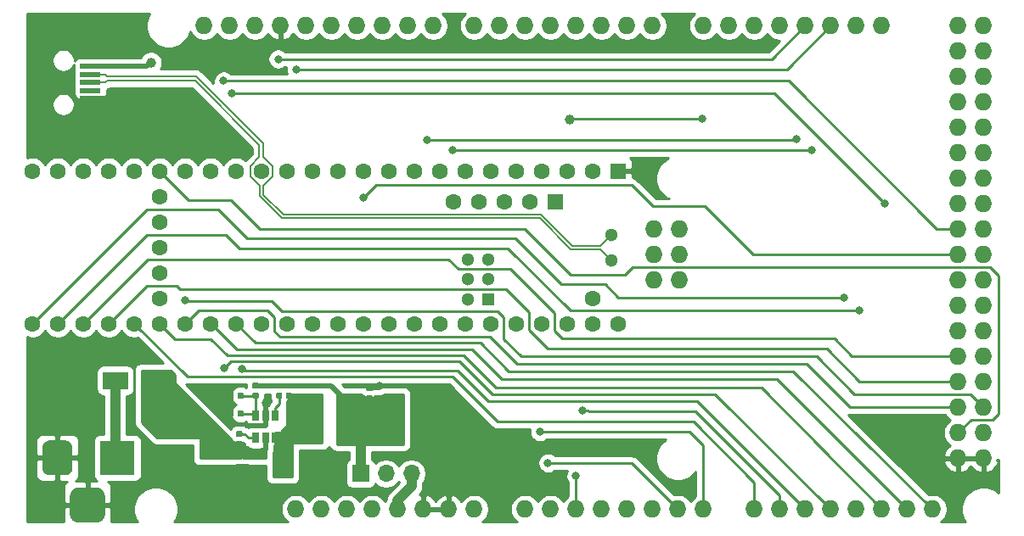
<source format=gbr>
G04 #@! TF.GenerationSoftware,KiCad,Pcbnew,(5.1.5)-3*
G04 #@! TF.CreationDate,2020-10-16T19:19:18-07:00*
G04 #@! TF.ProjectId,teensy4_ramps,7465656e-7379-4345-9f72-616d70732e6b,rev?*
G04 #@! TF.SameCoordinates,Original*
G04 #@! TF.FileFunction,Copper,L1,Top*
G04 #@! TF.FilePolarity,Positive*
%FSLAX46Y46*%
G04 Gerber Fmt 4.6, Leading zero omitted, Abs format (unit mm)*
G04 Created by KiCad (PCBNEW (5.1.5)-3) date 2020-10-16 19:19:18*
%MOMM*%
%LPD*%
G04 APERTURE LIST*
%ADD10O,1.727200X1.727200*%
%ADD11R,0.600000X0.450000*%
%ADD12C,0.100000*%
%ADD13O,1.700000X1.700000*%
%ADD14R,1.700000X1.700000*%
%ADD15C,1.300000*%
%ADD16C,1.600000*%
%ADD17R,1.300000X1.300000*%
%ADD18R,1.600000X1.600000*%
%ADD19R,0.650000X1.060000*%
%ADD20R,1.500000X4.200000*%
%ADD21R,3.500000X3.500000*%
%ADD22R,1.700000X2.000000*%
%ADD23R,2.000000X0.500000*%
%ADD24R,2.500000X1.800000*%
%ADD25C,1.000000*%
%ADD26C,0.800000*%
%ADD27C,0.500000*%
%ADD28C,0.250000*%
%ADD29C,0.200000*%
%ADD30C,0.205740*%
%ADD31C,1.000000*%
%ADD32C,0.254000*%
G04 APERTURE END LIST*
D10*
X165124800Y-73649600D03*
X198017800Y-96509600D03*
X195477800Y-96509600D03*
X198017800Y-93969600D03*
X195477800Y-93969600D03*
X198017800Y-91429600D03*
X195477800Y-91429600D03*
X198017800Y-88889600D03*
X195477800Y-88889600D03*
X198017800Y-86349600D03*
X195477800Y-86349600D03*
X198017800Y-83809600D03*
X195477800Y-83809600D03*
X198017800Y-81269600D03*
X195477800Y-81269600D03*
X198017800Y-78729600D03*
X195477800Y-78729600D03*
X198017800Y-76189600D03*
X195477800Y-76189600D03*
X198017800Y-73649600D03*
X195477800Y-73649600D03*
X198017800Y-71109600D03*
X195477800Y-71109600D03*
X198017800Y-68569600D03*
X195477800Y-68569600D03*
X198017800Y-66029600D03*
X195477800Y-66029600D03*
X198017800Y-63489600D03*
X195477800Y-63489600D03*
X198017800Y-60949600D03*
X195477800Y-60949600D03*
X198017800Y-58409600D03*
X195477800Y-58409600D03*
X198017800Y-55869600D03*
X195477800Y-55869600D03*
X198017800Y-53329600D03*
X195477800Y-53329600D03*
X192937800Y-101589600D03*
X190397800Y-101589600D03*
X187857800Y-101589600D03*
X185317800Y-101589600D03*
X182777800Y-101589600D03*
X180237800Y-101589600D03*
X177697800Y-101589600D03*
X175157800Y-101589600D03*
X170077800Y-101589600D03*
X167537800Y-101589600D03*
X164997800Y-101589600D03*
X162457800Y-101589600D03*
X159917800Y-101589600D03*
X157377800Y-101589600D03*
X154837800Y-101589600D03*
X129437800Y-101589600D03*
X135533800Y-53329600D03*
X132993800Y-53329600D03*
X130453800Y-53329600D03*
X125373800Y-53329600D03*
X122833800Y-53329600D03*
X120293800Y-53329600D03*
X138073800Y-53329600D03*
X140613800Y-53329600D03*
X143153800Y-53329600D03*
X127913800Y-53329600D03*
X147217800Y-53329600D03*
X149757800Y-53329600D03*
X152297800Y-53329600D03*
X154837800Y-53329600D03*
X157377800Y-53329600D03*
X159917800Y-53329600D03*
X162457800Y-53329600D03*
X164997800Y-53329600D03*
X170077800Y-53329600D03*
X172617800Y-53329600D03*
X175157800Y-53329600D03*
X177697800Y-53329600D03*
X180237800Y-53329600D03*
X182777800Y-53329600D03*
X185317800Y-53329600D03*
X187857800Y-53329600D03*
X131977800Y-101589600D03*
X134517800Y-101589600D03*
X137057800Y-101589600D03*
X139597800Y-101589600D03*
X142137800Y-101589600D03*
X144677800Y-101589600D03*
X147217800Y-101589600D03*
X152297800Y-101589600D03*
X167664800Y-73649600D03*
X165124800Y-76189600D03*
X167664800Y-76189600D03*
X167664800Y-78729600D03*
X165124800Y-78729600D03*
D11*
X130786600Y-97637600D03*
X128686600Y-97637600D03*
G04 #@! TA.AperFunction,SMDPad,CuDef*
D12*
G36*
X143580704Y-92063604D02*
G01*
X143604973Y-92067204D01*
X143628771Y-92073165D01*
X143651871Y-92081430D01*
X143674049Y-92091920D01*
X143695093Y-92104533D01*
X143714798Y-92119147D01*
X143732977Y-92135623D01*
X143749453Y-92153802D01*
X143764067Y-92173507D01*
X143776680Y-92194551D01*
X143787170Y-92216729D01*
X143795435Y-92239829D01*
X143801396Y-92263627D01*
X143804996Y-92287896D01*
X143806200Y-92312400D01*
X143806200Y-93412400D01*
X143804996Y-93436904D01*
X143801396Y-93461173D01*
X143795435Y-93484971D01*
X143787170Y-93508071D01*
X143776680Y-93530249D01*
X143764067Y-93551293D01*
X143749453Y-93570998D01*
X143732977Y-93589177D01*
X143714798Y-93605653D01*
X143695093Y-93620267D01*
X143674049Y-93632880D01*
X143651871Y-93643370D01*
X143628771Y-93651635D01*
X143604973Y-93657596D01*
X143580704Y-93661196D01*
X143556200Y-93662400D01*
X141456200Y-93662400D01*
X141431696Y-93661196D01*
X141407427Y-93657596D01*
X141383629Y-93651635D01*
X141360529Y-93643370D01*
X141338351Y-93632880D01*
X141317307Y-93620267D01*
X141297602Y-93605653D01*
X141279423Y-93589177D01*
X141262947Y-93570998D01*
X141248333Y-93551293D01*
X141235720Y-93530249D01*
X141225230Y-93508071D01*
X141216965Y-93484971D01*
X141211004Y-93461173D01*
X141207404Y-93436904D01*
X141206200Y-93412400D01*
X141206200Y-92312400D01*
X141207404Y-92287896D01*
X141211004Y-92263627D01*
X141216965Y-92239829D01*
X141225230Y-92216729D01*
X141235720Y-92194551D01*
X141248333Y-92173507D01*
X141262947Y-92153802D01*
X141279423Y-92135623D01*
X141297602Y-92119147D01*
X141317307Y-92104533D01*
X141338351Y-92091920D01*
X141360529Y-92081430D01*
X141383629Y-92073165D01*
X141407427Y-92067204D01*
X141431696Y-92063604D01*
X141456200Y-92062400D01*
X143556200Y-92062400D01*
X143580704Y-92063604D01*
G37*
G04 #@! TD.AperFunction*
G04 #@! TA.AperFunction,SMDPad,CuDef*
G36*
X139980704Y-92063604D02*
G01*
X140004973Y-92067204D01*
X140028771Y-92073165D01*
X140051871Y-92081430D01*
X140074049Y-92091920D01*
X140095093Y-92104533D01*
X140114798Y-92119147D01*
X140132977Y-92135623D01*
X140149453Y-92153802D01*
X140164067Y-92173507D01*
X140176680Y-92194551D01*
X140187170Y-92216729D01*
X140195435Y-92239829D01*
X140201396Y-92263627D01*
X140204996Y-92287896D01*
X140206200Y-92312400D01*
X140206200Y-93412400D01*
X140204996Y-93436904D01*
X140201396Y-93461173D01*
X140195435Y-93484971D01*
X140187170Y-93508071D01*
X140176680Y-93530249D01*
X140164067Y-93551293D01*
X140149453Y-93570998D01*
X140132977Y-93589177D01*
X140114798Y-93605653D01*
X140095093Y-93620267D01*
X140074049Y-93632880D01*
X140051871Y-93643370D01*
X140028771Y-93651635D01*
X140004973Y-93657596D01*
X139980704Y-93661196D01*
X139956200Y-93662400D01*
X137856200Y-93662400D01*
X137831696Y-93661196D01*
X137807427Y-93657596D01*
X137783629Y-93651635D01*
X137760529Y-93643370D01*
X137738351Y-93632880D01*
X137717307Y-93620267D01*
X137697602Y-93605653D01*
X137679423Y-93589177D01*
X137662947Y-93570998D01*
X137648333Y-93551293D01*
X137635720Y-93530249D01*
X137625230Y-93508071D01*
X137616965Y-93484971D01*
X137611004Y-93461173D01*
X137607404Y-93436904D01*
X137606200Y-93412400D01*
X137606200Y-92312400D01*
X137607404Y-92287896D01*
X137611004Y-92263627D01*
X137616965Y-92239829D01*
X137625230Y-92216729D01*
X137635720Y-92194551D01*
X137648333Y-92173507D01*
X137662947Y-92153802D01*
X137679423Y-92135623D01*
X137697602Y-92119147D01*
X137717307Y-92104533D01*
X137738351Y-92091920D01*
X137760529Y-92081430D01*
X137783629Y-92073165D01*
X137807427Y-92067204D01*
X137831696Y-92063604D01*
X137856200Y-92062400D01*
X139956200Y-92062400D01*
X139980704Y-92063604D01*
G37*
G04 #@! TD.AperFunction*
D13*
X140970000Y-98044000D03*
X138430000Y-98044000D03*
D14*
X135890000Y-98044000D03*
D15*
X160864800Y-76733400D03*
X160864800Y-74193400D03*
D16*
X115874800Y-80543400D03*
X115874800Y-78003400D03*
X115874800Y-75463400D03*
X115874800Y-72923400D03*
X115874800Y-70383400D03*
D15*
X148624800Y-76645000D03*
X146624800Y-76645000D03*
X146624800Y-78645000D03*
X148624800Y-78645000D03*
X146624800Y-80645000D03*
D17*
X148624800Y-80645000D03*
D16*
X120954800Y-67843400D03*
X118414800Y-67843400D03*
X115874800Y-67843400D03*
X113334800Y-67843400D03*
X123494800Y-67843400D03*
X126034800Y-67843400D03*
X128574800Y-67843400D03*
X110794800Y-67843400D03*
X108254800Y-67843400D03*
X105714800Y-67843400D03*
X103174800Y-67843400D03*
X103174800Y-83083400D03*
X105714800Y-83083400D03*
X108254800Y-83083400D03*
X110794800Y-83083400D03*
X113334800Y-83083400D03*
X115874800Y-83083400D03*
X118414800Y-83083400D03*
X120954800Y-83083400D03*
X123494800Y-83083400D03*
X126034800Y-83083400D03*
X131114800Y-67843400D03*
X133654800Y-67843400D03*
X136194800Y-67843400D03*
X138734800Y-67843400D03*
X141274800Y-67843400D03*
X143814800Y-67843400D03*
X146354800Y-67843400D03*
X148894800Y-67843400D03*
X151434800Y-67843400D03*
X153974800Y-67843400D03*
X156514800Y-67843400D03*
X159054800Y-67843400D03*
D18*
X161594800Y-67843400D03*
D16*
X128574800Y-83083400D03*
X131114800Y-83083400D03*
X133654800Y-83083400D03*
X136194800Y-83083400D03*
X138734800Y-83083400D03*
X141274800Y-83083400D03*
X143814800Y-83083400D03*
X146354800Y-83083400D03*
X148894800Y-83083400D03*
X151434800Y-83083400D03*
X153974800Y-83083400D03*
X156514800Y-83083400D03*
X159054800Y-83083400D03*
X161594800Y-83083400D03*
D18*
X155295600Y-70894200D03*
D16*
X152755600Y-70894200D03*
X150215600Y-70894200D03*
X147675600Y-70894200D03*
X145135600Y-70894200D03*
X159054800Y-80543400D03*
D19*
X126415800Y-94452800D03*
X127365800Y-94452800D03*
X125465800Y-94452800D03*
X125465800Y-92252800D03*
X126415800Y-92252800D03*
X127365800Y-92252800D03*
G04 #@! TA.AperFunction,SMDPad,CuDef*
D12*
G36*
X124093358Y-89952310D02*
G01*
X124107676Y-89954434D01*
X124121717Y-89957951D01*
X124135346Y-89962828D01*
X124148431Y-89969017D01*
X124160847Y-89976458D01*
X124172473Y-89985081D01*
X124183198Y-89994802D01*
X124192919Y-90005527D01*
X124201542Y-90017153D01*
X124208983Y-90029569D01*
X124215172Y-90042654D01*
X124220049Y-90056283D01*
X124223566Y-90070324D01*
X124225690Y-90084642D01*
X124226400Y-90099100D01*
X124226400Y-90444100D01*
X124225690Y-90458558D01*
X124223566Y-90472876D01*
X124220049Y-90486917D01*
X124215172Y-90500546D01*
X124208983Y-90513631D01*
X124201542Y-90526047D01*
X124192919Y-90537673D01*
X124183198Y-90548398D01*
X124172473Y-90558119D01*
X124160847Y-90566742D01*
X124148431Y-90574183D01*
X124135346Y-90580372D01*
X124121717Y-90585249D01*
X124107676Y-90588766D01*
X124093358Y-90590890D01*
X124078900Y-90591600D01*
X123783900Y-90591600D01*
X123769442Y-90590890D01*
X123755124Y-90588766D01*
X123741083Y-90585249D01*
X123727454Y-90580372D01*
X123714369Y-90574183D01*
X123701953Y-90566742D01*
X123690327Y-90558119D01*
X123679602Y-90548398D01*
X123669881Y-90537673D01*
X123661258Y-90526047D01*
X123653817Y-90513631D01*
X123647628Y-90500546D01*
X123642751Y-90486917D01*
X123639234Y-90472876D01*
X123637110Y-90458558D01*
X123636400Y-90444100D01*
X123636400Y-90099100D01*
X123637110Y-90084642D01*
X123639234Y-90070324D01*
X123642751Y-90056283D01*
X123647628Y-90042654D01*
X123653817Y-90029569D01*
X123661258Y-90017153D01*
X123669881Y-90005527D01*
X123679602Y-89994802D01*
X123690327Y-89985081D01*
X123701953Y-89976458D01*
X123714369Y-89969017D01*
X123727454Y-89962828D01*
X123741083Y-89957951D01*
X123755124Y-89954434D01*
X123769442Y-89952310D01*
X123783900Y-89951600D01*
X124078900Y-89951600D01*
X124093358Y-89952310D01*
G37*
G04 #@! TD.AperFunction*
G04 #@! TA.AperFunction,SMDPad,CuDef*
G36*
X123123358Y-89952310D02*
G01*
X123137676Y-89954434D01*
X123151717Y-89957951D01*
X123165346Y-89962828D01*
X123178431Y-89969017D01*
X123190847Y-89976458D01*
X123202473Y-89985081D01*
X123213198Y-89994802D01*
X123222919Y-90005527D01*
X123231542Y-90017153D01*
X123238983Y-90029569D01*
X123245172Y-90042654D01*
X123250049Y-90056283D01*
X123253566Y-90070324D01*
X123255690Y-90084642D01*
X123256400Y-90099100D01*
X123256400Y-90444100D01*
X123255690Y-90458558D01*
X123253566Y-90472876D01*
X123250049Y-90486917D01*
X123245172Y-90500546D01*
X123238983Y-90513631D01*
X123231542Y-90526047D01*
X123222919Y-90537673D01*
X123213198Y-90548398D01*
X123202473Y-90558119D01*
X123190847Y-90566742D01*
X123178431Y-90574183D01*
X123165346Y-90580372D01*
X123151717Y-90585249D01*
X123137676Y-90588766D01*
X123123358Y-90590890D01*
X123108900Y-90591600D01*
X122813900Y-90591600D01*
X122799442Y-90590890D01*
X122785124Y-90588766D01*
X122771083Y-90585249D01*
X122757454Y-90580372D01*
X122744369Y-90574183D01*
X122731953Y-90566742D01*
X122720327Y-90558119D01*
X122709602Y-90548398D01*
X122699881Y-90537673D01*
X122691258Y-90526047D01*
X122683817Y-90513631D01*
X122677628Y-90500546D01*
X122672751Y-90486917D01*
X122669234Y-90472876D01*
X122667110Y-90458558D01*
X122666400Y-90444100D01*
X122666400Y-90099100D01*
X122667110Y-90084642D01*
X122669234Y-90070324D01*
X122672751Y-90056283D01*
X122677628Y-90042654D01*
X122683817Y-90029569D01*
X122691258Y-90017153D01*
X122699881Y-90005527D01*
X122709602Y-89994802D01*
X122720327Y-89985081D01*
X122731953Y-89976458D01*
X122744369Y-89969017D01*
X122757454Y-89962828D01*
X122771083Y-89957951D01*
X122785124Y-89954434D01*
X122799442Y-89952310D01*
X122813900Y-89951600D01*
X123108900Y-89951600D01*
X123123358Y-89952310D01*
G37*
G04 #@! TD.AperFunction*
G04 #@! TA.AperFunction,SMDPad,CuDef*
G36*
X125612158Y-89956710D02*
G01*
X125626476Y-89958834D01*
X125640517Y-89962351D01*
X125654146Y-89967228D01*
X125667231Y-89973417D01*
X125679647Y-89980858D01*
X125691273Y-89989481D01*
X125701998Y-89999202D01*
X125711719Y-90009927D01*
X125720342Y-90021553D01*
X125727783Y-90033969D01*
X125733972Y-90047054D01*
X125738849Y-90060683D01*
X125742366Y-90074724D01*
X125744490Y-90089042D01*
X125745200Y-90103500D01*
X125745200Y-90398500D01*
X125744490Y-90412958D01*
X125742366Y-90427276D01*
X125738849Y-90441317D01*
X125733972Y-90454946D01*
X125727783Y-90468031D01*
X125720342Y-90480447D01*
X125711719Y-90492073D01*
X125701998Y-90502798D01*
X125691273Y-90512519D01*
X125679647Y-90521142D01*
X125667231Y-90528583D01*
X125654146Y-90534772D01*
X125640517Y-90539649D01*
X125626476Y-90543166D01*
X125612158Y-90545290D01*
X125597700Y-90546000D01*
X125252700Y-90546000D01*
X125238242Y-90545290D01*
X125223924Y-90543166D01*
X125209883Y-90539649D01*
X125196254Y-90534772D01*
X125183169Y-90528583D01*
X125170753Y-90521142D01*
X125159127Y-90512519D01*
X125148402Y-90502798D01*
X125138681Y-90492073D01*
X125130058Y-90480447D01*
X125122617Y-90468031D01*
X125116428Y-90454946D01*
X125111551Y-90441317D01*
X125108034Y-90427276D01*
X125105910Y-90412958D01*
X125105200Y-90398500D01*
X125105200Y-90103500D01*
X125105910Y-90089042D01*
X125108034Y-90074724D01*
X125111551Y-90060683D01*
X125116428Y-90047054D01*
X125122617Y-90033969D01*
X125130058Y-90021553D01*
X125138681Y-90009927D01*
X125148402Y-89999202D01*
X125159127Y-89989481D01*
X125170753Y-89980858D01*
X125183169Y-89973417D01*
X125196254Y-89967228D01*
X125209883Y-89962351D01*
X125223924Y-89958834D01*
X125238242Y-89956710D01*
X125252700Y-89956000D01*
X125597700Y-89956000D01*
X125612158Y-89956710D01*
G37*
G04 #@! TD.AperFunction*
G04 #@! TA.AperFunction,SMDPad,CuDef*
G36*
X125612158Y-88986710D02*
G01*
X125626476Y-88988834D01*
X125640517Y-88992351D01*
X125654146Y-88997228D01*
X125667231Y-89003417D01*
X125679647Y-89010858D01*
X125691273Y-89019481D01*
X125701998Y-89029202D01*
X125711719Y-89039927D01*
X125720342Y-89051553D01*
X125727783Y-89063969D01*
X125733972Y-89077054D01*
X125738849Y-89090683D01*
X125742366Y-89104724D01*
X125744490Y-89119042D01*
X125745200Y-89133500D01*
X125745200Y-89428500D01*
X125744490Y-89442958D01*
X125742366Y-89457276D01*
X125738849Y-89471317D01*
X125733972Y-89484946D01*
X125727783Y-89498031D01*
X125720342Y-89510447D01*
X125711719Y-89522073D01*
X125701998Y-89532798D01*
X125691273Y-89542519D01*
X125679647Y-89551142D01*
X125667231Y-89558583D01*
X125654146Y-89564772D01*
X125640517Y-89569649D01*
X125626476Y-89573166D01*
X125612158Y-89575290D01*
X125597700Y-89576000D01*
X125252700Y-89576000D01*
X125238242Y-89575290D01*
X125223924Y-89573166D01*
X125209883Y-89569649D01*
X125196254Y-89564772D01*
X125183169Y-89558583D01*
X125170753Y-89551142D01*
X125159127Y-89542519D01*
X125148402Y-89532798D01*
X125138681Y-89522073D01*
X125130058Y-89510447D01*
X125122617Y-89498031D01*
X125116428Y-89484946D01*
X125111551Y-89471317D01*
X125108034Y-89457276D01*
X125105910Y-89442958D01*
X125105200Y-89428500D01*
X125105200Y-89133500D01*
X125105910Y-89119042D01*
X125108034Y-89104724D01*
X125111551Y-89090683D01*
X125116428Y-89077054D01*
X125122617Y-89063969D01*
X125130058Y-89051553D01*
X125138681Y-89039927D01*
X125148402Y-89029202D01*
X125159127Y-89019481D01*
X125170753Y-89010858D01*
X125183169Y-89003417D01*
X125196254Y-88997228D01*
X125209883Y-88992351D01*
X125223924Y-88988834D01*
X125238242Y-88986710D01*
X125252700Y-88986000D01*
X125597700Y-88986000D01*
X125612158Y-88986710D01*
G37*
G04 #@! TD.AperFunction*
G04 #@! TA.AperFunction,SMDPad,CuDef*
G36*
X123986558Y-94757310D02*
G01*
X124000876Y-94759434D01*
X124014917Y-94762951D01*
X124028546Y-94767828D01*
X124041631Y-94774017D01*
X124054047Y-94781458D01*
X124065673Y-94790081D01*
X124076398Y-94799802D01*
X124086119Y-94810527D01*
X124094742Y-94822153D01*
X124102183Y-94834569D01*
X124108372Y-94847654D01*
X124113249Y-94861283D01*
X124116766Y-94875324D01*
X124118890Y-94889642D01*
X124119600Y-94904100D01*
X124119600Y-95199100D01*
X124118890Y-95213558D01*
X124116766Y-95227876D01*
X124113249Y-95241917D01*
X124108372Y-95255546D01*
X124102183Y-95268631D01*
X124094742Y-95281047D01*
X124086119Y-95292673D01*
X124076398Y-95303398D01*
X124065673Y-95313119D01*
X124054047Y-95321742D01*
X124041631Y-95329183D01*
X124028546Y-95335372D01*
X124014917Y-95340249D01*
X124000876Y-95343766D01*
X123986558Y-95345890D01*
X123972100Y-95346600D01*
X123627100Y-95346600D01*
X123612642Y-95345890D01*
X123598324Y-95343766D01*
X123584283Y-95340249D01*
X123570654Y-95335372D01*
X123557569Y-95329183D01*
X123545153Y-95321742D01*
X123533527Y-95313119D01*
X123522802Y-95303398D01*
X123513081Y-95292673D01*
X123504458Y-95281047D01*
X123497017Y-95268631D01*
X123490828Y-95255546D01*
X123485951Y-95241917D01*
X123482434Y-95227876D01*
X123480310Y-95213558D01*
X123479600Y-95199100D01*
X123479600Y-94904100D01*
X123480310Y-94889642D01*
X123482434Y-94875324D01*
X123485951Y-94861283D01*
X123490828Y-94847654D01*
X123497017Y-94834569D01*
X123504458Y-94822153D01*
X123513081Y-94810527D01*
X123522802Y-94799802D01*
X123533527Y-94790081D01*
X123545153Y-94781458D01*
X123557569Y-94774017D01*
X123570654Y-94767828D01*
X123584283Y-94762951D01*
X123598324Y-94759434D01*
X123612642Y-94757310D01*
X123627100Y-94756600D01*
X123972100Y-94756600D01*
X123986558Y-94757310D01*
G37*
G04 #@! TD.AperFunction*
G04 #@! TA.AperFunction,SMDPad,CuDef*
G36*
X123986558Y-93787310D02*
G01*
X124000876Y-93789434D01*
X124014917Y-93792951D01*
X124028546Y-93797828D01*
X124041631Y-93804017D01*
X124054047Y-93811458D01*
X124065673Y-93820081D01*
X124076398Y-93829802D01*
X124086119Y-93840527D01*
X124094742Y-93852153D01*
X124102183Y-93864569D01*
X124108372Y-93877654D01*
X124113249Y-93891283D01*
X124116766Y-93905324D01*
X124118890Y-93919642D01*
X124119600Y-93934100D01*
X124119600Y-94229100D01*
X124118890Y-94243558D01*
X124116766Y-94257876D01*
X124113249Y-94271917D01*
X124108372Y-94285546D01*
X124102183Y-94298631D01*
X124094742Y-94311047D01*
X124086119Y-94322673D01*
X124076398Y-94333398D01*
X124065673Y-94343119D01*
X124054047Y-94351742D01*
X124041631Y-94359183D01*
X124028546Y-94365372D01*
X124014917Y-94370249D01*
X124000876Y-94373766D01*
X123986558Y-94375890D01*
X123972100Y-94376600D01*
X123627100Y-94376600D01*
X123612642Y-94375890D01*
X123598324Y-94373766D01*
X123584283Y-94370249D01*
X123570654Y-94365372D01*
X123557569Y-94359183D01*
X123545153Y-94351742D01*
X123533527Y-94343119D01*
X123522802Y-94333398D01*
X123513081Y-94322673D01*
X123504458Y-94311047D01*
X123497017Y-94298631D01*
X123490828Y-94285546D01*
X123485951Y-94271917D01*
X123482434Y-94257876D01*
X123480310Y-94243558D01*
X123479600Y-94229100D01*
X123479600Y-93934100D01*
X123480310Y-93919642D01*
X123482434Y-93905324D01*
X123485951Y-93891283D01*
X123490828Y-93877654D01*
X123497017Y-93864569D01*
X123504458Y-93852153D01*
X123513081Y-93840527D01*
X123522802Y-93829802D01*
X123533527Y-93820081D01*
X123545153Y-93811458D01*
X123557569Y-93804017D01*
X123570654Y-93797828D01*
X123584283Y-93792951D01*
X123598324Y-93789434D01*
X123612642Y-93787310D01*
X123627100Y-93786600D01*
X123972100Y-93786600D01*
X123986558Y-93787310D01*
G37*
G04 #@! TD.AperFunction*
D20*
X134562400Y-92532200D03*
X130962400Y-92532200D03*
G04 #@! TA.AperFunction,ComponentPad*
D12*
G36*
X109624765Y-99423413D02*
G01*
X109709704Y-99436013D01*
X109792999Y-99456877D01*
X109873848Y-99485805D01*
X109951472Y-99522519D01*
X110025124Y-99566664D01*
X110094094Y-99617816D01*
X110157718Y-99675482D01*
X110215384Y-99739106D01*
X110266536Y-99808076D01*
X110310681Y-99881728D01*
X110347395Y-99959352D01*
X110376323Y-100040201D01*
X110397187Y-100123496D01*
X110409787Y-100208435D01*
X110414000Y-100294200D01*
X110414000Y-102044200D01*
X110409787Y-102129965D01*
X110397187Y-102214904D01*
X110376323Y-102298199D01*
X110347395Y-102379048D01*
X110310681Y-102456672D01*
X110266536Y-102530324D01*
X110215384Y-102599294D01*
X110157718Y-102662918D01*
X110094094Y-102720584D01*
X110025124Y-102771736D01*
X109951472Y-102815881D01*
X109873848Y-102852595D01*
X109792999Y-102881523D01*
X109709704Y-102902387D01*
X109624765Y-102914987D01*
X109539000Y-102919200D01*
X107789000Y-102919200D01*
X107703235Y-102914987D01*
X107618296Y-102902387D01*
X107535001Y-102881523D01*
X107454152Y-102852595D01*
X107376528Y-102815881D01*
X107302876Y-102771736D01*
X107233906Y-102720584D01*
X107170282Y-102662918D01*
X107112616Y-102599294D01*
X107061464Y-102530324D01*
X107017319Y-102456672D01*
X106980605Y-102379048D01*
X106951677Y-102298199D01*
X106930813Y-102214904D01*
X106918213Y-102129965D01*
X106914000Y-102044200D01*
X106914000Y-100294200D01*
X106918213Y-100208435D01*
X106930813Y-100123496D01*
X106951677Y-100040201D01*
X106980605Y-99959352D01*
X107017319Y-99881728D01*
X107061464Y-99808076D01*
X107112616Y-99739106D01*
X107170282Y-99675482D01*
X107233906Y-99617816D01*
X107302876Y-99566664D01*
X107376528Y-99522519D01*
X107454152Y-99485805D01*
X107535001Y-99456877D01*
X107618296Y-99436013D01*
X107703235Y-99423413D01*
X107789000Y-99419200D01*
X109539000Y-99419200D01*
X109624765Y-99423413D01*
G37*
G04 #@! TD.AperFunction*
G04 #@! TA.AperFunction,ComponentPad*
G36*
X106487513Y-94722811D02*
G01*
X106560318Y-94733611D01*
X106631714Y-94751495D01*
X106701013Y-94776290D01*
X106767548Y-94807759D01*
X106830678Y-94845598D01*
X106889795Y-94889442D01*
X106944330Y-94938870D01*
X106993758Y-94993405D01*
X107037602Y-95052522D01*
X107075441Y-95115652D01*
X107106910Y-95182187D01*
X107131705Y-95251486D01*
X107149589Y-95322882D01*
X107160389Y-95395687D01*
X107164000Y-95469200D01*
X107164000Y-97469200D01*
X107160389Y-97542713D01*
X107149589Y-97615518D01*
X107131705Y-97686914D01*
X107106910Y-97756213D01*
X107075441Y-97822748D01*
X107037602Y-97885878D01*
X106993758Y-97944995D01*
X106944330Y-97999530D01*
X106889795Y-98048958D01*
X106830678Y-98092802D01*
X106767548Y-98130641D01*
X106701013Y-98162110D01*
X106631714Y-98186905D01*
X106560318Y-98204789D01*
X106487513Y-98215589D01*
X106414000Y-98219200D01*
X104914000Y-98219200D01*
X104840487Y-98215589D01*
X104767682Y-98204789D01*
X104696286Y-98186905D01*
X104626987Y-98162110D01*
X104560452Y-98130641D01*
X104497322Y-98092802D01*
X104438205Y-98048958D01*
X104383670Y-97999530D01*
X104334242Y-97944995D01*
X104290398Y-97885878D01*
X104252559Y-97822748D01*
X104221090Y-97756213D01*
X104196295Y-97686914D01*
X104178411Y-97615518D01*
X104167611Y-97542713D01*
X104164000Y-97469200D01*
X104164000Y-95469200D01*
X104167611Y-95395687D01*
X104178411Y-95322882D01*
X104196295Y-95251486D01*
X104221090Y-95182187D01*
X104252559Y-95115652D01*
X104290398Y-95052522D01*
X104334242Y-94993405D01*
X104383670Y-94938870D01*
X104438205Y-94889442D01*
X104497322Y-94845598D01*
X104560452Y-94807759D01*
X104626987Y-94776290D01*
X104696286Y-94751495D01*
X104767682Y-94733611D01*
X104840487Y-94722811D01*
X104914000Y-94719200D01*
X106414000Y-94719200D01*
X106487513Y-94722811D01*
G37*
G04 #@! TD.AperFunction*
D21*
X111664000Y-96469200D03*
D22*
X103398200Y-63454200D03*
X108848200Y-63454200D03*
X103398200Y-54554200D03*
X108848200Y-54554200D03*
D23*
X108948200Y-60604200D03*
X108948200Y-59804200D03*
X108948200Y-59004200D03*
X108948200Y-58204200D03*
X108948200Y-57404200D03*
D24*
X111429800Y-88747600D03*
X115429800Y-88747600D03*
G04 #@! TA.AperFunction,SMDPad,CuDef*
D12*
G36*
X136965958Y-89240710D02*
G01*
X136980276Y-89242834D01*
X136994317Y-89246351D01*
X137007946Y-89251228D01*
X137021031Y-89257417D01*
X137033447Y-89264858D01*
X137045073Y-89273481D01*
X137055798Y-89283202D01*
X137065519Y-89293927D01*
X137074142Y-89305553D01*
X137081583Y-89317969D01*
X137087772Y-89331054D01*
X137092649Y-89344683D01*
X137096166Y-89358724D01*
X137098290Y-89373042D01*
X137099000Y-89387500D01*
X137099000Y-89682500D01*
X137098290Y-89696958D01*
X137096166Y-89711276D01*
X137092649Y-89725317D01*
X137087772Y-89738946D01*
X137081583Y-89752031D01*
X137074142Y-89764447D01*
X137065519Y-89776073D01*
X137055798Y-89786798D01*
X137045073Y-89796519D01*
X137033447Y-89805142D01*
X137021031Y-89812583D01*
X137007946Y-89818772D01*
X136994317Y-89823649D01*
X136980276Y-89827166D01*
X136965958Y-89829290D01*
X136951500Y-89830000D01*
X136606500Y-89830000D01*
X136592042Y-89829290D01*
X136577724Y-89827166D01*
X136563683Y-89823649D01*
X136550054Y-89818772D01*
X136536969Y-89812583D01*
X136524553Y-89805142D01*
X136512927Y-89796519D01*
X136502202Y-89786798D01*
X136492481Y-89776073D01*
X136483858Y-89764447D01*
X136476417Y-89752031D01*
X136470228Y-89738946D01*
X136465351Y-89725317D01*
X136461834Y-89711276D01*
X136459710Y-89696958D01*
X136459000Y-89682500D01*
X136459000Y-89387500D01*
X136459710Y-89373042D01*
X136461834Y-89358724D01*
X136465351Y-89344683D01*
X136470228Y-89331054D01*
X136476417Y-89317969D01*
X136483858Y-89305553D01*
X136492481Y-89293927D01*
X136502202Y-89283202D01*
X136512927Y-89273481D01*
X136524553Y-89264858D01*
X136536969Y-89257417D01*
X136550054Y-89251228D01*
X136563683Y-89246351D01*
X136577724Y-89242834D01*
X136592042Y-89240710D01*
X136606500Y-89240000D01*
X136951500Y-89240000D01*
X136965958Y-89240710D01*
G37*
G04 #@! TD.AperFunction*
G04 #@! TA.AperFunction,SMDPad,CuDef*
G36*
X136965958Y-90210710D02*
G01*
X136980276Y-90212834D01*
X136994317Y-90216351D01*
X137007946Y-90221228D01*
X137021031Y-90227417D01*
X137033447Y-90234858D01*
X137045073Y-90243481D01*
X137055798Y-90253202D01*
X137065519Y-90263927D01*
X137074142Y-90275553D01*
X137081583Y-90287969D01*
X137087772Y-90301054D01*
X137092649Y-90314683D01*
X137096166Y-90328724D01*
X137098290Y-90343042D01*
X137099000Y-90357500D01*
X137099000Y-90652500D01*
X137098290Y-90666958D01*
X137096166Y-90681276D01*
X137092649Y-90695317D01*
X137087772Y-90708946D01*
X137081583Y-90722031D01*
X137074142Y-90734447D01*
X137065519Y-90746073D01*
X137055798Y-90756798D01*
X137045073Y-90766519D01*
X137033447Y-90775142D01*
X137021031Y-90782583D01*
X137007946Y-90788772D01*
X136994317Y-90793649D01*
X136980276Y-90797166D01*
X136965958Y-90799290D01*
X136951500Y-90800000D01*
X136606500Y-90800000D01*
X136592042Y-90799290D01*
X136577724Y-90797166D01*
X136563683Y-90793649D01*
X136550054Y-90788772D01*
X136536969Y-90782583D01*
X136524553Y-90775142D01*
X136512927Y-90766519D01*
X136502202Y-90756798D01*
X136492481Y-90746073D01*
X136483858Y-90734447D01*
X136476417Y-90722031D01*
X136470228Y-90708946D01*
X136465351Y-90695317D01*
X136461834Y-90681276D01*
X136459710Y-90666958D01*
X136459000Y-90652500D01*
X136459000Y-90357500D01*
X136459710Y-90343042D01*
X136461834Y-90328724D01*
X136465351Y-90314683D01*
X136470228Y-90301054D01*
X136476417Y-90287969D01*
X136483858Y-90275553D01*
X136492481Y-90263927D01*
X136502202Y-90253202D01*
X136512927Y-90243481D01*
X136524553Y-90234858D01*
X136536969Y-90227417D01*
X136550054Y-90221228D01*
X136563683Y-90216351D01*
X136577724Y-90212834D01*
X136592042Y-90210710D01*
X136606500Y-90210000D01*
X136951500Y-90210000D01*
X136965958Y-90210710D01*
G37*
G04 #@! TD.AperFunction*
G04 #@! TA.AperFunction,SMDPad,CuDef*
G36*
X123123358Y-91730310D02*
G01*
X123137676Y-91732434D01*
X123151717Y-91735951D01*
X123165346Y-91740828D01*
X123178431Y-91747017D01*
X123190847Y-91754458D01*
X123202473Y-91763081D01*
X123213198Y-91772802D01*
X123222919Y-91783527D01*
X123231542Y-91795153D01*
X123238983Y-91807569D01*
X123245172Y-91820654D01*
X123250049Y-91834283D01*
X123253566Y-91848324D01*
X123255690Y-91862642D01*
X123256400Y-91877100D01*
X123256400Y-92222100D01*
X123255690Y-92236558D01*
X123253566Y-92250876D01*
X123250049Y-92264917D01*
X123245172Y-92278546D01*
X123238983Y-92291631D01*
X123231542Y-92304047D01*
X123222919Y-92315673D01*
X123213198Y-92326398D01*
X123202473Y-92336119D01*
X123190847Y-92344742D01*
X123178431Y-92352183D01*
X123165346Y-92358372D01*
X123151717Y-92363249D01*
X123137676Y-92366766D01*
X123123358Y-92368890D01*
X123108900Y-92369600D01*
X122813900Y-92369600D01*
X122799442Y-92368890D01*
X122785124Y-92366766D01*
X122771083Y-92363249D01*
X122757454Y-92358372D01*
X122744369Y-92352183D01*
X122731953Y-92344742D01*
X122720327Y-92336119D01*
X122709602Y-92326398D01*
X122699881Y-92315673D01*
X122691258Y-92304047D01*
X122683817Y-92291631D01*
X122677628Y-92278546D01*
X122672751Y-92264917D01*
X122669234Y-92250876D01*
X122667110Y-92236558D01*
X122666400Y-92222100D01*
X122666400Y-91877100D01*
X122667110Y-91862642D01*
X122669234Y-91848324D01*
X122672751Y-91834283D01*
X122677628Y-91820654D01*
X122683817Y-91807569D01*
X122691258Y-91795153D01*
X122699881Y-91783527D01*
X122709602Y-91772802D01*
X122720327Y-91763081D01*
X122731953Y-91754458D01*
X122744369Y-91747017D01*
X122757454Y-91740828D01*
X122771083Y-91735951D01*
X122785124Y-91732434D01*
X122799442Y-91730310D01*
X122813900Y-91729600D01*
X123108900Y-91729600D01*
X123123358Y-91730310D01*
G37*
G04 #@! TD.AperFunction*
G04 #@! TA.AperFunction,SMDPad,CuDef*
G36*
X124093358Y-91730310D02*
G01*
X124107676Y-91732434D01*
X124121717Y-91735951D01*
X124135346Y-91740828D01*
X124148431Y-91747017D01*
X124160847Y-91754458D01*
X124172473Y-91763081D01*
X124183198Y-91772802D01*
X124192919Y-91783527D01*
X124201542Y-91795153D01*
X124208983Y-91807569D01*
X124215172Y-91820654D01*
X124220049Y-91834283D01*
X124223566Y-91848324D01*
X124225690Y-91862642D01*
X124226400Y-91877100D01*
X124226400Y-92222100D01*
X124225690Y-92236558D01*
X124223566Y-92250876D01*
X124220049Y-92264917D01*
X124215172Y-92278546D01*
X124208983Y-92291631D01*
X124201542Y-92304047D01*
X124192919Y-92315673D01*
X124183198Y-92326398D01*
X124172473Y-92336119D01*
X124160847Y-92344742D01*
X124148431Y-92352183D01*
X124135346Y-92358372D01*
X124121717Y-92363249D01*
X124107676Y-92366766D01*
X124093358Y-92368890D01*
X124078900Y-92369600D01*
X123783900Y-92369600D01*
X123769442Y-92368890D01*
X123755124Y-92366766D01*
X123741083Y-92363249D01*
X123727454Y-92358372D01*
X123714369Y-92352183D01*
X123701953Y-92344742D01*
X123690327Y-92336119D01*
X123679602Y-92326398D01*
X123669881Y-92315673D01*
X123661258Y-92304047D01*
X123653817Y-92291631D01*
X123647628Y-92278546D01*
X123642751Y-92264917D01*
X123639234Y-92250876D01*
X123637110Y-92236558D01*
X123636400Y-92222100D01*
X123636400Y-91877100D01*
X123637110Y-91862642D01*
X123639234Y-91848324D01*
X123642751Y-91834283D01*
X123647628Y-91820654D01*
X123653817Y-91807569D01*
X123661258Y-91795153D01*
X123669881Y-91783527D01*
X123679602Y-91772802D01*
X123690327Y-91763081D01*
X123701953Y-91754458D01*
X123714369Y-91747017D01*
X123727454Y-91740828D01*
X123741083Y-91735951D01*
X123755124Y-91732434D01*
X123769442Y-91730310D01*
X123783900Y-91729600D01*
X124078900Y-91729600D01*
X124093358Y-91730310D01*
G37*
G04 #@! TD.AperFunction*
G04 #@! TA.AperFunction,SMDPad,CuDef*
G36*
X127944558Y-89952310D02*
G01*
X127958876Y-89954434D01*
X127972917Y-89957951D01*
X127986546Y-89962828D01*
X127999631Y-89969017D01*
X128012047Y-89976458D01*
X128023673Y-89985081D01*
X128034398Y-89994802D01*
X128044119Y-90005527D01*
X128052742Y-90017153D01*
X128060183Y-90029569D01*
X128066372Y-90042654D01*
X128071249Y-90056283D01*
X128074766Y-90070324D01*
X128076890Y-90084642D01*
X128077600Y-90099100D01*
X128077600Y-90444100D01*
X128076890Y-90458558D01*
X128074766Y-90472876D01*
X128071249Y-90486917D01*
X128066372Y-90500546D01*
X128060183Y-90513631D01*
X128052742Y-90526047D01*
X128044119Y-90537673D01*
X128034398Y-90548398D01*
X128023673Y-90558119D01*
X128012047Y-90566742D01*
X127999631Y-90574183D01*
X127986546Y-90580372D01*
X127972917Y-90585249D01*
X127958876Y-90588766D01*
X127944558Y-90590890D01*
X127930100Y-90591600D01*
X127635100Y-90591600D01*
X127620642Y-90590890D01*
X127606324Y-90588766D01*
X127592283Y-90585249D01*
X127578654Y-90580372D01*
X127565569Y-90574183D01*
X127553153Y-90566742D01*
X127541527Y-90558119D01*
X127530802Y-90548398D01*
X127521081Y-90537673D01*
X127512458Y-90526047D01*
X127505017Y-90513631D01*
X127498828Y-90500546D01*
X127493951Y-90486917D01*
X127490434Y-90472876D01*
X127488310Y-90458558D01*
X127487600Y-90444100D01*
X127487600Y-90099100D01*
X127488310Y-90084642D01*
X127490434Y-90070324D01*
X127493951Y-90056283D01*
X127498828Y-90042654D01*
X127505017Y-90029569D01*
X127512458Y-90017153D01*
X127521081Y-90005527D01*
X127530802Y-89994802D01*
X127541527Y-89985081D01*
X127553153Y-89976458D01*
X127565569Y-89969017D01*
X127578654Y-89962828D01*
X127592283Y-89957951D01*
X127606324Y-89954434D01*
X127620642Y-89952310D01*
X127635100Y-89951600D01*
X127930100Y-89951600D01*
X127944558Y-89952310D01*
G37*
G04 #@! TD.AperFunction*
G04 #@! TA.AperFunction,SMDPad,CuDef*
G36*
X128914558Y-89952310D02*
G01*
X128928876Y-89954434D01*
X128942917Y-89957951D01*
X128956546Y-89962828D01*
X128969631Y-89969017D01*
X128982047Y-89976458D01*
X128993673Y-89985081D01*
X129004398Y-89994802D01*
X129014119Y-90005527D01*
X129022742Y-90017153D01*
X129030183Y-90029569D01*
X129036372Y-90042654D01*
X129041249Y-90056283D01*
X129044766Y-90070324D01*
X129046890Y-90084642D01*
X129047600Y-90099100D01*
X129047600Y-90444100D01*
X129046890Y-90458558D01*
X129044766Y-90472876D01*
X129041249Y-90486917D01*
X129036372Y-90500546D01*
X129030183Y-90513631D01*
X129022742Y-90526047D01*
X129014119Y-90537673D01*
X129004398Y-90548398D01*
X128993673Y-90558119D01*
X128982047Y-90566742D01*
X128969631Y-90574183D01*
X128956546Y-90580372D01*
X128942917Y-90585249D01*
X128928876Y-90588766D01*
X128914558Y-90590890D01*
X128900100Y-90591600D01*
X128605100Y-90591600D01*
X128590642Y-90590890D01*
X128576324Y-90588766D01*
X128562283Y-90585249D01*
X128548654Y-90580372D01*
X128535569Y-90574183D01*
X128523153Y-90566742D01*
X128511527Y-90558119D01*
X128500802Y-90548398D01*
X128491081Y-90537673D01*
X128482458Y-90526047D01*
X128475017Y-90513631D01*
X128468828Y-90500546D01*
X128463951Y-90486917D01*
X128460434Y-90472876D01*
X128458310Y-90458558D01*
X128457600Y-90444100D01*
X128457600Y-90099100D01*
X128458310Y-90084642D01*
X128460434Y-90070324D01*
X128463951Y-90056283D01*
X128468828Y-90042654D01*
X128475017Y-90029569D01*
X128482458Y-90017153D01*
X128491081Y-90005527D01*
X128500802Y-89994802D01*
X128511527Y-89985081D01*
X128523153Y-89976458D01*
X128535569Y-89969017D01*
X128548654Y-89962828D01*
X128562283Y-89957951D01*
X128576324Y-89954434D01*
X128590642Y-89952310D01*
X128605100Y-89951600D01*
X128900100Y-89951600D01*
X128914558Y-89952310D01*
G37*
G04 #@! TD.AperFunction*
G04 #@! TA.AperFunction,SMDPad,CuDef*
G36*
X123986558Y-97043310D02*
G01*
X124000876Y-97045434D01*
X124014917Y-97048951D01*
X124028546Y-97053828D01*
X124041631Y-97060017D01*
X124054047Y-97067458D01*
X124065673Y-97076081D01*
X124076398Y-97085802D01*
X124086119Y-97096527D01*
X124094742Y-97108153D01*
X124102183Y-97120569D01*
X124108372Y-97133654D01*
X124113249Y-97147283D01*
X124116766Y-97161324D01*
X124118890Y-97175642D01*
X124119600Y-97190100D01*
X124119600Y-97485100D01*
X124118890Y-97499558D01*
X124116766Y-97513876D01*
X124113249Y-97527917D01*
X124108372Y-97541546D01*
X124102183Y-97554631D01*
X124094742Y-97567047D01*
X124086119Y-97578673D01*
X124076398Y-97589398D01*
X124065673Y-97599119D01*
X124054047Y-97607742D01*
X124041631Y-97615183D01*
X124028546Y-97621372D01*
X124014917Y-97626249D01*
X124000876Y-97629766D01*
X123986558Y-97631890D01*
X123972100Y-97632600D01*
X123627100Y-97632600D01*
X123612642Y-97631890D01*
X123598324Y-97629766D01*
X123584283Y-97626249D01*
X123570654Y-97621372D01*
X123557569Y-97615183D01*
X123545153Y-97607742D01*
X123533527Y-97599119D01*
X123522802Y-97589398D01*
X123513081Y-97578673D01*
X123504458Y-97567047D01*
X123497017Y-97554631D01*
X123490828Y-97541546D01*
X123485951Y-97527917D01*
X123482434Y-97513876D01*
X123480310Y-97499558D01*
X123479600Y-97485100D01*
X123479600Y-97190100D01*
X123480310Y-97175642D01*
X123482434Y-97161324D01*
X123485951Y-97147283D01*
X123490828Y-97133654D01*
X123497017Y-97120569D01*
X123504458Y-97108153D01*
X123513081Y-97096527D01*
X123522802Y-97085802D01*
X123533527Y-97076081D01*
X123545153Y-97067458D01*
X123557569Y-97060017D01*
X123570654Y-97053828D01*
X123584283Y-97048951D01*
X123598324Y-97045434D01*
X123612642Y-97043310D01*
X123627100Y-97042600D01*
X123972100Y-97042600D01*
X123986558Y-97043310D01*
G37*
G04 #@! TD.AperFunction*
G04 #@! TA.AperFunction,SMDPad,CuDef*
G36*
X123986558Y-96073310D02*
G01*
X124000876Y-96075434D01*
X124014917Y-96078951D01*
X124028546Y-96083828D01*
X124041631Y-96090017D01*
X124054047Y-96097458D01*
X124065673Y-96106081D01*
X124076398Y-96115802D01*
X124086119Y-96126527D01*
X124094742Y-96138153D01*
X124102183Y-96150569D01*
X124108372Y-96163654D01*
X124113249Y-96177283D01*
X124116766Y-96191324D01*
X124118890Y-96205642D01*
X124119600Y-96220100D01*
X124119600Y-96515100D01*
X124118890Y-96529558D01*
X124116766Y-96543876D01*
X124113249Y-96557917D01*
X124108372Y-96571546D01*
X124102183Y-96584631D01*
X124094742Y-96597047D01*
X124086119Y-96608673D01*
X124076398Y-96619398D01*
X124065673Y-96629119D01*
X124054047Y-96637742D01*
X124041631Y-96645183D01*
X124028546Y-96651372D01*
X124014917Y-96656249D01*
X124000876Y-96659766D01*
X123986558Y-96661890D01*
X123972100Y-96662600D01*
X123627100Y-96662600D01*
X123612642Y-96661890D01*
X123598324Y-96659766D01*
X123584283Y-96656249D01*
X123570654Y-96651372D01*
X123557569Y-96645183D01*
X123545153Y-96637742D01*
X123533527Y-96629119D01*
X123522802Y-96619398D01*
X123513081Y-96608673D01*
X123504458Y-96597047D01*
X123497017Y-96584631D01*
X123490828Y-96571546D01*
X123485951Y-96557917D01*
X123482434Y-96543876D01*
X123480310Y-96529558D01*
X123479600Y-96515100D01*
X123479600Y-96220100D01*
X123480310Y-96205642D01*
X123482434Y-96191324D01*
X123485951Y-96177283D01*
X123490828Y-96163654D01*
X123497017Y-96150569D01*
X123504458Y-96138153D01*
X123513081Y-96126527D01*
X123522802Y-96115802D01*
X123533527Y-96106081D01*
X123545153Y-96097458D01*
X123557569Y-96090017D01*
X123570654Y-96083828D01*
X123584283Y-96078951D01*
X123598324Y-96075434D01*
X123612642Y-96073310D01*
X123627100Y-96072600D01*
X123972100Y-96072600D01*
X123986558Y-96073310D01*
G37*
G04 #@! TD.AperFunction*
G04 #@! TA.AperFunction,SMDPad,CuDef*
G36*
X118836904Y-96047504D02*
G01*
X118861173Y-96051104D01*
X118884971Y-96057065D01*
X118908071Y-96065330D01*
X118930249Y-96075820D01*
X118951293Y-96088433D01*
X118970998Y-96103047D01*
X118989177Y-96119523D01*
X119005653Y-96137702D01*
X119020267Y-96157407D01*
X119032880Y-96178451D01*
X119043370Y-96200629D01*
X119051635Y-96223729D01*
X119057596Y-96247527D01*
X119061196Y-96271796D01*
X119062400Y-96296300D01*
X119062400Y-99121300D01*
X119061196Y-99145804D01*
X119057596Y-99170073D01*
X119051635Y-99193871D01*
X119043370Y-99216971D01*
X119032880Y-99239149D01*
X119020267Y-99260193D01*
X119005653Y-99279898D01*
X118989177Y-99298077D01*
X118970998Y-99314553D01*
X118951293Y-99329167D01*
X118930249Y-99341780D01*
X118908071Y-99352270D01*
X118884971Y-99360535D01*
X118861173Y-99366496D01*
X118836904Y-99370096D01*
X118812400Y-99371300D01*
X117712400Y-99371300D01*
X117687896Y-99370096D01*
X117663627Y-99366496D01*
X117639829Y-99360535D01*
X117616729Y-99352270D01*
X117594551Y-99341780D01*
X117573507Y-99329167D01*
X117553802Y-99314553D01*
X117535623Y-99298077D01*
X117519147Y-99279898D01*
X117504533Y-99260193D01*
X117491920Y-99239149D01*
X117481430Y-99216971D01*
X117473165Y-99193871D01*
X117467204Y-99170073D01*
X117463604Y-99145804D01*
X117462400Y-99121300D01*
X117462400Y-96296300D01*
X117463604Y-96271796D01*
X117467204Y-96247527D01*
X117473165Y-96223729D01*
X117481430Y-96200629D01*
X117491920Y-96178451D01*
X117504533Y-96157407D01*
X117519147Y-96137702D01*
X117535623Y-96119523D01*
X117553802Y-96103047D01*
X117573507Y-96088433D01*
X117594551Y-96075820D01*
X117616729Y-96065330D01*
X117639829Y-96057065D01*
X117663627Y-96051104D01*
X117687896Y-96047504D01*
X117712400Y-96046300D01*
X118812400Y-96046300D01*
X118836904Y-96047504D01*
G37*
G04 #@! TD.AperFunction*
G04 #@! TA.AperFunction,SMDPad,CuDef*
G36*
X118836904Y-90972504D02*
G01*
X118861173Y-90976104D01*
X118884971Y-90982065D01*
X118908071Y-90990330D01*
X118930249Y-91000820D01*
X118951293Y-91013433D01*
X118970998Y-91028047D01*
X118989177Y-91044523D01*
X119005653Y-91062702D01*
X119020267Y-91082407D01*
X119032880Y-91103451D01*
X119043370Y-91125629D01*
X119051635Y-91148729D01*
X119057596Y-91172527D01*
X119061196Y-91196796D01*
X119062400Y-91221300D01*
X119062400Y-94046300D01*
X119061196Y-94070804D01*
X119057596Y-94095073D01*
X119051635Y-94118871D01*
X119043370Y-94141971D01*
X119032880Y-94164149D01*
X119020267Y-94185193D01*
X119005653Y-94204898D01*
X118989177Y-94223077D01*
X118970998Y-94239553D01*
X118951293Y-94254167D01*
X118930249Y-94266780D01*
X118908071Y-94277270D01*
X118884971Y-94285535D01*
X118861173Y-94291496D01*
X118836904Y-94295096D01*
X118812400Y-94296300D01*
X117712400Y-94296300D01*
X117687896Y-94295096D01*
X117663627Y-94291496D01*
X117639829Y-94285535D01*
X117616729Y-94277270D01*
X117594551Y-94266780D01*
X117573507Y-94254167D01*
X117553802Y-94239553D01*
X117535623Y-94223077D01*
X117519147Y-94204898D01*
X117504533Y-94185193D01*
X117491920Y-94164149D01*
X117481430Y-94141971D01*
X117473165Y-94118871D01*
X117467204Y-94095073D01*
X117463604Y-94070804D01*
X117462400Y-94046300D01*
X117462400Y-91221300D01*
X117463604Y-91196796D01*
X117467204Y-91172527D01*
X117473165Y-91148729D01*
X117481430Y-91125629D01*
X117491920Y-91103451D01*
X117504533Y-91082407D01*
X117519147Y-91062702D01*
X117535623Y-91044523D01*
X117553802Y-91028047D01*
X117573507Y-91013433D01*
X117594551Y-91000820D01*
X117616729Y-90990330D01*
X117639829Y-90982065D01*
X117663627Y-90976104D01*
X117687896Y-90972504D01*
X117712400Y-90971300D01*
X118812400Y-90971300D01*
X118836904Y-90972504D01*
G37*
G04 #@! TD.AperFunction*
D25*
X120091200Y-97663000D03*
X126500000Y-91000000D03*
X121900000Y-91100000D03*
X142000000Y-94500000D03*
X143500000Y-94500000D03*
X110500000Y-54500000D03*
X105000000Y-54500000D03*
X105000000Y-63500000D03*
X107000000Y-63500000D03*
X111000000Y-60500000D03*
X107500000Y-90000000D03*
X123000000Y-101500000D03*
X156000000Y-95500000D03*
X168500000Y-99500000D03*
X189000000Y-95000000D03*
X167500000Y-55000000D03*
X122500000Y-65000000D03*
D26*
X137800000Y-89250000D03*
D25*
X133096000Y-97028000D03*
X120600000Y-89900000D03*
X145034000Y-55118000D03*
X186944000Y-93218000D03*
X192532000Y-93091000D03*
X118872000Y-55245000D03*
X112014000Y-85725000D03*
X104394000Y-85852000D03*
X124968000Y-97663000D03*
X115000000Y-57000000D03*
D26*
X122301000Y-87553800D03*
X118440200Y-80772000D03*
X129489200Y-57683400D03*
X124053600Y-87579200D03*
X127685800Y-56667400D03*
X123063000Y-60096400D03*
X188188600Y-71120000D03*
X122250200Y-58851800D03*
X184073800Y-80467200D03*
X169926000Y-62585600D03*
D25*
X156718000Y-62738000D03*
D26*
X136194800Y-70535800D03*
X142570200Y-64719200D03*
X179349400Y-64668400D03*
X145034000Y-65786000D03*
X180873400Y-65786000D03*
X154584400Y-96977200D03*
X153771600Y-93853000D03*
X157377800Y-98272600D03*
X157988000Y-91770200D03*
X185597800Y-81788000D03*
D25*
X136245600Y-92837000D03*
X136245600Y-94132400D03*
X136271000Y-91643200D03*
D27*
X118262400Y-97708800D02*
X120045400Y-97708800D01*
X120045400Y-97708800D02*
X120091200Y-97663000D01*
X126415800Y-92252800D02*
X126415800Y-91084200D01*
X126415800Y-91084200D02*
X126500000Y-91000000D01*
X121961400Y-91161400D02*
X121900000Y-91100000D01*
X122961400Y-91161400D02*
X122961400Y-90271600D01*
X122961400Y-91161400D02*
X121961400Y-91161400D01*
X122961400Y-92049600D02*
X122961400Y-91161400D01*
X142000000Y-93768600D02*
X142906200Y-92862400D01*
X142000000Y-94500000D02*
X142000000Y-93768600D01*
X142906200Y-92862400D02*
X143500000Y-93456200D01*
X143500000Y-93456200D02*
X143500000Y-94500000D01*
X108848200Y-54554200D02*
X110445800Y-54554200D01*
X110445800Y-54554200D02*
X110500000Y-54500000D01*
X103398200Y-54554200D02*
X104945800Y-54554200D01*
X104945800Y-54554200D02*
X105000000Y-54500000D01*
X103398200Y-63454200D02*
X104954200Y-63454200D01*
X104954200Y-63454200D02*
X105000000Y-63500000D01*
X108848200Y-63454200D02*
X107045800Y-63454200D01*
X107045800Y-63454200D02*
X107000000Y-63500000D01*
X108948200Y-60604200D02*
X110895800Y-60604200D01*
X110895800Y-60604200D02*
X111000000Y-60500000D01*
D28*
X137515000Y-89535000D02*
X137800000Y-89250000D01*
X136779000Y-89535000D02*
X137515000Y-89535000D01*
D27*
X132486400Y-97637600D02*
X133096000Y-97028000D01*
X131736600Y-97637600D02*
X132486400Y-97637600D01*
X126415800Y-92252800D02*
X126415800Y-93284200D01*
X126415800Y-93284200D02*
X126400000Y-93300000D01*
X126400000Y-93300000D02*
X124600000Y-93300000D01*
X124642600Y-97337600D02*
X123799600Y-97337600D01*
X124968000Y-97663000D02*
X124642600Y-97337600D01*
D29*
X110623201Y-58829200D02*
X119382800Y-58829200D01*
X108948200Y-59004200D02*
X110448201Y-59004200D01*
X119382800Y-58829200D02*
X125806200Y-65252600D01*
X110448201Y-59004200D02*
X110623201Y-58829200D01*
D30*
X156877686Y-75629770D02*
X159761170Y-75629770D01*
X153753486Y-72505570D02*
X156877686Y-75629770D01*
X128048686Y-72505570D02*
X153753486Y-72505570D01*
X125831600Y-70288484D02*
X128048686Y-72505570D01*
X125806200Y-66446400D02*
X124917200Y-67335400D01*
X125806200Y-65252600D02*
X125806200Y-66446400D01*
X125831600Y-69291200D02*
X125831600Y-70288484D01*
X124917200Y-67335400D02*
X124917200Y-68376800D01*
X159761170Y-75629770D02*
X160864800Y-76733400D01*
X124917200Y-68376800D02*
X125831600Y-69291200D01*
D29*
X119517000Y-58379200D02*
X126212600Y-65074800D01*
X110623201Y-58379200D02*
X119517000Y-58379200D01*
X126212600Y-65074800D02*
X126212600Y-65409800D01*
X108948200Y-58204200D02*
X110448201Y-58204200D01*
X110448201Y-58204200D02*
X110623201Y-58379200D01*
D30*
X128186514Y-72172830D02*
X153891314Y-72172830D01*
X126212600Y-70198916D02*
X128186514Y-72172830D01*
X126212600Y-69291200D02*
X126212600Y-70198916D01*
X127152400Y-68351400D02*
X126212600Y-69291200D01*
X126212600Y-65409800D02*
X126212600Y-66395600D01*
X126212600Y-66395600D02*
X127152400Y-67335400D01*
X127152400Y-67335400D02*
X127152400Y-68351400D01*
X159761170Y-75297030D02*
X160864800Y-74193400D01*
X157015514Y-75297030D02*
X159761170Y-75297030D01*
X153891314Y-72172830D02*
X157015514Y-75297030D01*
D27*
X108948200Y-57404200D02*
X114595800Y-57404200D01*
X114595800Y-57404200D02*
X115000000Y-57000000D01*
D28*
X182742600Y-101589600D02*
X182777800Y-101589600D01*
X123012200Y-86842600D02*
X145770600Y-86842600D01*
X145770600Y-86842600D02*
X149047200Y-90119200D01*
X122301000Y-87553800D02*
X123012200Y-86842600D01*
X149047200Y-90119200D02*
X171196000Y-90119200D01*
X171196000Y-90119200D02*
X182742600Y-101589600D01*
X196707400Y-90119200D02*
X198017800Y-91429600D01*
X150190200Y-84632800D02*
X151917400Y-86360000D01*
X185115200Y-90119200D02*
X196707400Y-90119200D01*
X118465600Y-80797400D02*
X127025400Y-80797400D01*
X149529800Y-81813400D02*
X150190200Y-82473800D01*
X118440200Y-80772000D02*
X118465600Y-80797400D01*
X181356000Y-86360000D02*
X185115200Y-90119200D01*
X150190200Y-82473800D02*
X150190200Y-84632800D01*
X127025400Y-80797400D02*
X128041400Y-81813400D01*
X151917400Y-86360000D02*
X181356000Y-86360000D01*
X128041400Y-81813400D02*
X149529800Y-81813400D01*
X198958200Y-92684600D02*
X196762800Y-92684600D01*
X125857000Y-73660000D02*
X152273000Y-73660000D01*
X162255200Y-78232000D02*
X163042600Y-77444600D01*
X152273000Y-73660000D02*
X156845000Y-78232000D01*
X196762800Y-92684600D02*
X195477800Y-93969600D01*
X115874800Y-67843400D02*
X118770400Y-70739000D01*
X122936000Y-70739000D02*
X125857000Y-73660000D01*
X118770400Y-70739000D02*
X122936000Y-70739000D01*
X199517000Y-92125800D02*
X198958200Y-92684600D01*
X156845000Y-78232000D02*
X162255200Y-78232000D01*
X163042600Y-77444600D02*
X198678800Y-77444600D01*
X198678800Y-77444600D02*
X199517000Y-78282800D01*
X199517000Y-78282800D02*
X199517000Y-92125800D01*
X182777800Y-53329600D02*
X178424000Y-57683400D01*
X178424000Y-57683400D02*
X129489200Y-57683400D01*
X180237800Y-101548600D02*
X180237800Y-101589600D01*
X169468800Y-90830400D02*
X180237800Y-101548600D01*
X145567400Y-87731600D02*
X148666200Y-90830400D01*
X148666200Y-90830400D02*
X169468800Y-90830400D01*
X124206000Y-87731600D02*
X124053600Y-87579200D01*
X125984000Y-87731600D02*
X124206000Y-87731600D01*
X125984000Y-87731600D02*
X145567400Y-87731600D01*
X125628400Y-87731600D02*
X125984000Y-87731600D01*
X176900000Y-56667400D02*
X180237800Y-53329600D01*
X127685800Y-56667400D02*
X176900000Y-56667400D01*
X123063000Y-60096400D02*
X177190400Y-60096400D01*
X177190400Y-60096400D02*
X188188600Y-71094600D01*
X188188600Y-71094600D02*
X188188600Y-71120000D01*
X127508000Y-58851800D02*
X122250200Y-58851800D01*
X178562000Y-58851800D02*
X127508000Y-58851800D01*
X195477800Y-73649600D02*
X193359800Y-73649600D01*
X193359800Y-73649600D02*
X178562000Y-58851800D01*
X184073800Y-80467200D02*
X175793400Y-80467200D01*
X175793400Y-80467200D02*
X175960200Y-80467200D01*
X160274000Y-79121000D02*
X161620200Y-80467200D01*
X114554000Y-71704200D02*
X121716800Y-71704200D01*
X103174800Y-83083400D02*
X114554000Y-71704200D01*
X155892500Y-79121000D02*
X160274000Y-79121000D01*
X124561600Y-74549000D02*
X151320500Y-74549000D01*
X121716800Y-71704200D02*
X124561600Y-74549000D01*
X161620200Y-80467200D02*
X175793400Y-80467200D01*
X151320500Y-74549000D02*
X155892500Y-79121000D01*
X184901600Y-86349600D02*
X195477800Y-86349600D01*
X183134000Y-84582000D02*
X184901600Y-86349600D01*
X155194000Y-83820000D02*
X155956000Y-84582000D01*
X155194000Y-82042000D02*
X155194000Y-83820000D01*
X114655600Y-76682600D02*
X144678400Y-76682600D01*
X108254800Y-83083400D02*
X114655600Y-76682600D01*
X155956000Y-84582000D02*
X183134000Y-84582000D01*
X144678400Y-76682600D02*
X145643600Y-77647800D01*
X145643600Y-77647800D02*
X150799800Y-77647800D01*
X150799800Y-77647800D02*
X155194000Y-82042000D01*
X182372000Y-85598000D02*
X185663600Y-88889600D01*
X152704800Y-83743800D02*
X154559000Y-85598000D01*
X154559000Y-85598000D02*
X182372000Y-85598000D01*
X152704800Y-81965800D02*
X152704800Y-83743800D01*
X114604800Y-79273400D02*
X117576600Y-79273400D01*
X110794800Y-83083400D02*
X114604800Y-79273400D01*
X185663600Y-88889600D02*
X195477800Y-88889600D01*
X150368000Y-79629000D02*
X152704800Y-81965800D01*
X117576600Y-79273400D02*
X117932200Y-79629000D01*
X117932200Y-79629000D02*
X150368000Y-79629000D01*
X175157800Y-98932400D02*
X175157800Y-101589600D01*
X118643400Y-88392000D02*
X145059400Y-88392000D01*
X113334800Y-83083400D02*
X118643400Y-88392000D01*
X145059400Y-88392000D02*
X149555200Y-92887800D01*
X149555200Y-92887800D02*
X169113200Y-92887800D01*
X169113200Y-92887800D02*
X175157800Y-98932400D01*
X117398800Y-84607400D02*
X120980200Y-84607400D01*
X149402800Y-89458800D02*
X175869600Y-89458800D01*
X115874800Y-83083400D02*
X117398800Y-84607400D01*
X120980200Y-84607400D02*
X122631200Y-86258400D01*
X146202400Y-86258400D02*
X149402800Y-89458800D01*
X175869600Y-89458800D02*
X187857800Y-101589600D01*
X122631200Y-86258400D02*
X146202400Y-86258400D01*
X184711100Y-91429600D02*
X195477800Y-91429600D01*
X151485600Y-87096600D02*
X180378100Y-87096600D01*
X127863600Y-84404200D02*
X148793200Y-84404200D01*
X148793200Y-84404200D02*
X151485600Y-87096600D01*
X126619000Y-81762600D02*
X127304800Y-82448400D01*
X127304800Y-82448400D02*
X127304800Y-83845400D01*
X180378100Y-87096600D02*
X184711100Y-91429600D01*
X118414800Y-83083400D02*
X119735600Y-81762600D01*
X119735600Y-81762600D02*
X126619000Y-81762600D01*
X127304800Y-83845400D02*
X127863600Y-84404200D01*
X121005600Y-83083400D02*
X123545600Y-85623400D01*
X123545600Y-85623400D02*
X147015200Y-85623400D01*
X177444400Y-88620600D02*
X190397800Y-101589600D01*
X120954800Y-83083400D02*
X121005600Y-83083400D01*
X147015200Y-85623400D02*
X150012400Y-88620600D01*
X150012400Y-88620600D02*
X177444400Y-88620600D01*
X179044600Y-87833200D02*
X192937800Y-101589600D01*
X150698200Y-87833200D02*
X179044600Y-87833200D01*
X147878800Y-85013800D02*
X150698200Y-87833200D01*
X123494800Y-83083400D02*
X125425200Y-85013800D01*
X125425200Y-85013800D02*
X147878800Y-85013800D01*
X169926000Y-62636400D02*
X169926000Y-62585600D01*
X156870400Y-62585600D02*
X169926000Y-62585600D01*
X156718000Y-62738000D02*
X156870400Y-62585600D01*
X136194800Y-70535800D02*
X137490200Y-69240400D01*
X137490200Y-69240400D02*
X162915600Y-69240400D01*
X170230800Y-71374000D02*
X175006000Y-76149200D01*
X165049200Y-71374000D02*
X170230800Y-71374000D01*
X162915600Y-69240400D02*
X165049200Y-71374000D01*
X195477800Y-76189600D02*
X175006000Y-76149200D01*
X142570200Y-64719200D02*
X173928200Y-64719200D01*
X173928200Y-64719200D02*
X179298600Y-64719200D01*
X179298600Y-64719200D02*
X179349400Y-64668400D01*
X187843400Y-53329600D02*
X187857800Y-53329600D01*
X145034000Y-65786000D02*
X175387000Y-65786000D01*
X180873400Y-65786000D02*
X175387000Y-65786000D01*
X162976200Y-97028000D02*
X167537800Y-101589600D01*
X154660600Y-97028000D02*
X162976200Y-97028000D01*
X154609800Y-96977200D02*
X154660600Y-97028000D01*
X154584400Y-96977200D02*
X154609800Y-96977200D01*
X170077800Y-95249400D02*
X170077800Y-101589600D01*
X168706800Y-93878400D02*
X170077800Y-95249400D01*
X153771600Y-93853000D02*
X153797000Y-93878400D01*
X153797000Y-93878400D02*
X168706800Y-93878400D01*
X157377800Y-101589600D02*
X157377800Y-98272600D01*
X177697800Y-100177000D02*
X177697800Y-101589600D01*
X169316400Y-91795600D02*
X177697800Y-100177000D01*
X158648400Y-91795600D02*
X169316400Y-91795600D01*
X157988000Y-91770200D02*
X158623000Y-91770200D01*
X158623000Y-91770200D02*
X158648400Y-91795600D01*
X122504200Y-74193400D02*
X114604800Y-74193400D01*
X123850400Y-75539600D02*
X122504200Y-74193400D01*
X150596600Y-75539600D02*
X123850400Y-75539600D01*
X156845000Y-81788000D02*
X150596600Y-75539600D01*
X114604800Y-74193400D02*
X105714800Y-83083400D01*
X185597800Y-81788000D02*
X156845000Y-81788000D01*
X123799600Y-95051600D02*
X123799600Y-96367600D01*
D27*
X126415800Y-94452800D02*
X126415800Y-95631000D01*
X126415800Y-95631000D02*
X126034800Y-96012000D01*
D28*
X127365800Y-92252800D02*
X127365800Y-91506000D01*
X127782600Y-91089200D02*
X127782600Y-90271600D01*
X127365800Y-91506000D02*
X127782600Y-91089200D01*
X125465800Y-90358000D02*
X125552200Y-90271600D01*
X125465800Y-92252800D02*
X125465800Y-90358000D01*
X125262600Y-92049600D02*
X125465800Y-92252800D01*
X123931400Y-92049600D02*
X125262600Y-92049600D01*
X123931400Y-90271600D02*
X125552200Y-90271600D01*
D27*
X138506200Y-92862400D02*
X136271000Y-92862400D01*
X136271000Y-92862400D02*
X136245600Y-92837000D01*
D31*
X135890000Y-94488000D02*
X136245600Y-94132400D01*
X135890000Y-98044000D02*
X135890000Y-94488000D01*
D27*
X134562400Y-90874400D02*
X134562400Y-92532200D01*
X125425200Y-89281000D02*
X132969000Y-89281000D01*
X132969000Y-89281000D02*
X134562400Y-90874400D01*
D31*
X111429800Y-96235000D02*
X111664000Y-96469200D01*
X111429800Y-88747600D02*
X111429800Y-96235000D01*
D28*
X123799600Y-94081600D02*
X124358400Y-94081600D01*
X124729600Y-94452800D02*
X125465800Y-94452800D01*
X124358400Y-94081600D02*
X124729600Y-94452800D01*
D31*
X140970000Y-99314000D02*
X140970000Y-98044000D01*
X139597800Y-100686200D02*
X140970000Y-99314000D01*
X139597800Y-101589600D02*
X139597800Y-100686200D01*
D32*
G36*
X117348000Y-88190606D02*
G01*
X117348000Y-88900772D01*
X117344003Y-88905643D01*
X117332267Y-88927599D01*
X117325040Y-88951424D01*
X117322600Y-88976200D01*
X117325040Y-89000976D01*
X117332267Y-89024801D01*
X117344003Y-89046757D01*
X117359797Y-89066003D01*
X123040679Y-94746885D01*
X123071617Y-94784583D01*
X123109315Y-94815521D01*
X123125597Y-94831803D01*
X123144843Y-94847597D01*
X123155044Y-94853050D01*
X123190660Y-94882279D01*
X123326475Y-94954874D01*
X123473843Y-94999577D01*
X123627100Y-95014672D01*
X123972100Y-95014672D01*
X124125357Y-94999577D01*
X124181246Y-94982623D01*
X124189599Y-94992801D01*
X124305324Y-95087774D01*
X124307600Y-95088991D01*
X124307600Y-95300800D01*
X124310040Y-95325576D01*
X124317267Y-95349401D01*
X124329003Y-95371357D01*
X124344797Y-95390603D01*
X124364043Y-95406397D01*
X124385999Y-95418133D01*
X124409824Y-95425360D01*
X124434600Y-95427800D01*
X124684539Y-95427800D01*
X124689615Y-95433985D01*
X124786306Y-95513337D01*
X124896620Y-95572302D01*
X125016318Y-95608612D01*
X125140800Y-95620872D01*
X125790800Y-95620872D01*
X125915282Y-95608612D01*
X126034980Y-95572302D01*
X126145294Y-95513337D01*
X126241985Y-95433985D01*
X126321337Y-95337294D01*
X126380302Y-95226980D01*
X126415800Y-95109959D01*
X126451298Y-95226980D01*
X126465000Y-95252614D01*
X126465000Y-96494600D01*
X124912332Y-96494600D01*
X124816090Y-96465405D01*
X124686077Y-96452600D01*
X124686069Y-96452600D01*
X124642600Y-96448319D01*
X124599131Y-96452600D01*
X124234069Y-96452600D01*
X124125357Y-96419623D01*
X123972100Y-96404528D01*
X123627100Y-96404528D01*
X123473843Y-96419623D01*
X123326475Y-96464326D01*
X123269837Y-96494600D01*
X119888000Y-96494600D01*
X119888000Y-94564200D01*
X119885560Y-94539424D01*
X119878333Y-94515599D01*
X119866597Y-94493643D01*
X119850803Y-94474397D01*
X119831557Y-94458603D01*
X119809601Y-94446867D01*
X119785776Y-94439640D01*
X119761000Y-94437200D01*
X115571806Y-94437200D01*
X114096800Y-92962194D01*
X114096800Y-87782400D01*
X116939794Y-87782400D01*
X117348000Y-88190606D01*
G37*
X117348000Y-88190606D02*
X117348000Y-88900772D01*
X117344003Y-88905643D01*
X117332267Y-88927599D01*
X117325040Y-88951424D01*
X117322600Y-88976200D01*
X117325040Y-89000976D01*
X117332267Y-89024801D01*
X117344003Y-89046757D01*
X117359797Y-89066003D01*
X123040679Y-94746885D01*
X123071617Y-94784583D01*
X123109315Y-94815521D01*
X123125597Y-94831803D01*
X123144843Y-94847597D01*
X123155044Y-94853050D01*
X123190660Y-94882279D01*
X123326475Y-94954874D01*
X123473843Y-94999577D01*
X123627100Y-95014672D01*
X123972100Y-95014672D01*
X124125357Y-94999577D01*
X124181246Y-94982623D01*
X124189599Y-94992801D01*
X124305324Y-95087774D01*
X124307600Y-95088991D01*
X124307600Y-95300800D01*
X124310040Y-95325576D01*
X124317267Y-95349401D01*
X124329003Y-95371357D01*
X124344797Y-95390603D01*
X124364043Y-95406397D01*
X124385999Y-95418133D01*
X124409824Y-95425360D01*
X124434600Y-95427800D01*
X124684539Y-95427800D01*
X124689615Y-95433985D01*
X124786306Y-95513337D01*
X124896620Y-95572302D01*
X125016318Y-95608612D01*
X125140800Y-95620872D01*
X125790800Y-95620872D01*
X125915282Y-95608612D01*
X126034980Y-95572302D01*
X126145294Y-95513337D01*
X126241985Y-95433985D01*
X126321337Y-95337294D01*
X126380302Y-95226980D01*
X126415800Y-95109959D01*
X126451298Y-95226980D01*
X126465000Y-95252614D01*
X126465000Y-96494600D01*
X124912332Y-96494600D01*
X124816090Y-96465405D01*
X124686077Y-96452600D01*
X124686069Y-96452600D01*
X124642600Y-96448319D01*
X124599131Y-96452600D01*
X124234069Y-96452600D01*
X124125357Y-96419623D01*
X123972100Y-96404528D01*
X123627100Y-96404528D01*
X123473843Y-96419623D01*
X123326475Y-96464326D01*
X123269837Y-96494600D01*
X119888000Y-96494600D01*
X119888000Y-94564200D01*
X119885560Y-94539424D01*
X119878333Y-94515599D01*
X119866597Y-94493643D01*
X119850803Y-94474397D01*
X119831557Y-94458603D01*
X119809601Y-94446867D01*
X119785776Y-94439640D01*
X119761000Y-94437200D01*
X115571806Y-94437200D01*
X114096800Y-92962194D01*
X114096800Y-87782400D01*
X116939794Y-87782400D01*
X117348000Y-88190606D01*
G36*
X135949233Y-90111293D02*
G01*
X135953321Y-90118940D01*
X136051017Y-90237983D01*
X136170060Y-90335679D01*
X136305875Y-90408274D01*
X136453243Y-90452977D01*
X136606500Y-90468072D01*
X136951500Y-90468072D01*
X137104757Y-90452977D01*
X137252125Y-90408274D01*
X137387940Y-90335679D01*
X137437508Y-90295000D01*
X137477678Y-90295000D01*
X137515000Y-90298676D01*
X137552322Y-90295000D01*
X137552333Y-90295000D01*
X137663986Y-90284003D01*
X137675496Y-90280512D01*
X137698061Y-90285000D01*
X137901939Y-90285000D01*
X138101898Y-90245226D01*
X138290256Y-90167205D01*
X138360780Y-90120083D01*
X140131800Y-90126538D01*
X140131800Y-95122536D01*
X133527000Y-95098462D01*
X133527000Y-90102464D01*
X135949233Y-90111293D01*
G37*
X135949233Y-90111293D02*
X135953321Y-90118940D01*
X136051017Y-90237983D01*
X136170060Y-90335679D01*
X136305875Y-90408274D01*
X136453243Y-90452977D01*
X136606500Y-90468072D01*
X136951500Y-90468072D01*
X137104757Y-90452977D01*
X137252125Y-90408274D01*
X137387940Y-90335679D01*
X137437508Y-90295000D01*
X137477678Y-90295000D01*
X137515000Y-90298676D01*
X137552322Y-90295000D01*
X137552333Y-90295000D01*
X137663986Y-90284003D01*
X137675496Y-90280512D01*
X137698061Y-90285000D01*
X137901939Y-90285000D01*
X138101898Y-90245226D01*
X138290256Y-90167205D01*
X138360780Y-90120083D01*
X140131800Y-90126538D01*
X140131800Y-95122536D01*
X133527000Y-95098462D01*
X133527000Y-90102464D01*
X135949233Y-90111293D01*
G36*
X148991400Y-93398802D02*
G01*
X149015199Y-93427801D01*
X149130924Y-93522774D01*
X149262953Y-93593346D01*
X149406214Y-93636803D01*
X149517867Y-93647800D01*
X149517876Y-93647800D01*
X149555199Y-93651476D01*
X149592522Y-93647800D01*
X152757140Y-93647800D01*
X152736600Y-93751061D01*
X152736600Y-93954939D01*
X152776374Y-94154898D01*
X152854395Y-94343256D01*
X152967663Y-94512774D01*
X153111826Y-94656937D01*
X153281344Y-94770205D01*
X153469702Y-94848226D01*
X153669661Y-94888000D01*
X153873539Y-94888000D01*
X154073498Y-94848226D01*
X154261856Y-94770205D01*
X154431374Y-94656937D01*
X154449911Y-94638400D01*
X166315356Y-94638400D01*
X166113071Y-94773562D01*
X165801762Y-95084871D01*
X165557169Y-95450931D01*
X165388690Y-95857675D01*
X165302800Y-96289472D01*
X165302800Y-96729728D01*
X165388690Y-97161525D01*
X165557169Y-97568269D01*
X165801762Y-97934329D01*
X166113071Y-98245638D01*
X166479131Y-98490231D01*
X166885875Y-98658710D01*
X167317672Y-98744600D01*
X167757928Y-98744600D01*
X168189725Y-98658710D01*
X168596469Y-98490231D01*
X168962529Y-98245638D01*
X169273838Y-97934329D01*
X169317800Y-97868534D01*
X169317801Y-100295064D01*
X169122498Y-100425561D01*
X168913761Y-100634298D01*
X168807800Y-100792881D01*
X168701839Y-100634298D01*
X168493102Y-100425561D01*
X168247653Y-100261558D01*
X167974925Y-100148590D01*
X167685399Y-100091000D01*
X167390201Y-100091000D01*
X167159826Y-100136824D01*
X163540004Y-96517003D01*
X163516201Y-96487999D01*
X163400476Y-96393026D01*
X163268447Y-96322454D01*
X163125186Y-96278997D01*
X163013533Y-96268000D01*
X163013522Y-96268000D01*
X162976200Y-96264324D01*
X162938878Y-96268000D01*
X155338911Y-96268000D01*
X155244174Y-96173263D01*
X155074656Y-96059995D01*
X154886298Y-95981974D01*
X154686339Y-95942200D01*
X154482461Y-95942200D01*
X154282502Y-95981974D01*
X154094144Y-96059995D01*
X153924626Y-96173263D01*
X153780463Y-96317426D01*
X153667195Y-96486944D01*
X153589174Y-96675302D01*
X153549400Y-96875261D01*
X153549400Y-97079139D01*
X153589174Y-97279098D01*
X153667195Y-97467456D01*
X153780463Y-97636974D01*
X153924626Y-97781137D01*
X154094144Y-97894405D01*
X154282502Y-97972426D01*
X154482461Y-98012200D01*
X154686339Y-98012200D01*
X154886298Y-97972426D01*
X155074656Y-97894405D01*
X155233903Y-97788000D01*
X156458252Y-97788000D01*
X156382574Y-97970702D01*
X156342800Y-98170661D01*
X156342800Y-98374539D01*
X156382574Y-98574498D01*
X156460595Y-98762856D01*
X156573863Y-98932374D01*
X156617801Y-98976312D01*
X156617800Y-100295065D01*
X156422498Y-100425561D01*
X156213761Y-100634298D01*
X156107800Y-100792881D01*
X156001839Y-100634298D01*
X155793102Y-100425561D01*
X155547653Y-100261558D01*
X155274925Y-100148590D01*
X154985399Y-100091000D01*
X154690201Y-100091000D01*
X154400675Y-100148590D01*
X154127947Y-100261558D01*
X153882498Y-100425561D01*
X153673761Y-100634298D01*
X153567800Y-100792881D01*
X153461839Y-100634298D01*
X153253102Y-100425561D01*
X153007653Y-100261558D01*
X152734925Y-100148590D01*
X152445399Y-100091000D01*
X152150201Y-100091000D01*
X151860675Y-100148590D01*
X151587947Y-100261558D01*
X151342498Y-100425561D01*
X151133761Y-100634298D01*
X150969758Y-100879747D01*
X150856790Y-101152475D01*
X150799200Y-101442001D01*
X150799200Y-101737199D01*
X150856790Y-102026725D01*
X150969758Y-102299453D01*
X151133761Y-102544902D01*
X151342498Y-102753639D01*
X151521135Y-102873000D01*
X147994465Y-102873000D01*
X148173102Y-102753639D01*
X148381839Y-102544902D01*
X148545842Y-102299453D01*
X148658810Y-102026725D01*
X148716400Y-101737199D01*
X148716400Y-101442001D01*
X148658810Y-101152475D01*
X148545842Y-100879747D01*
X148381839Y-100634298D01*
X148173102Y-100425561D01*
X147927653Y-100261558D01*
X147654925Y-100148590D01*
X147365399Y-100091000D01*
X147070201Y-100091000D01*
X146780675Y-100148590D01*
X146507947Y-100261558D01*
X146262498Y-100425561D01*
X146053761Y-100634298D01*
X145946108Y-100795413D01*
X145784654Y-100579307D01*
X145566288Y-100382783D01*
X145313778Y-100232636D01*
X145036827Y-100134637D01*
X144804800Y-100255136D01*
X144804800Y-101462600D01*
X144824800Y-101462600D01*
X144824800Y-101716600D01*
X144804800Y-101716600D01*
X144804800Y-101736600D01*
X144550800Y-101736600D01*
X144550800Y-101716600D01*
X142264800Y-101716600D01*
X142264800Y-101736600D01*
X142010800Y-101736600D01*
X142010800Y-101716600D01*
X141990800Y-101716600D01*
X141990800Y-101462600D01*
X142010800Y-101462600D01*
X142010800Y-100255136D01*
X142264800Y-100255136D01*
X142264800Y-101462600D01*
X144550800Y-101462600D01*
X144550800Y-100255136D01*
X144318773Y-100134637D01*
X144041822Y-100232636D01*
X143789312Y-100382783D01*
X143570946Y-100579307D01*
X143407800Y-100797678D01*
X143244654Y-100579307D01*
X143026288Y-100382783D01*
X142773778Y-100232636D01*
X142496827Y-100134637D01*
X142264800Y-100255136D01*
X142010800Y-100255136D01*
X141778773Y-100134637D01*
X141744295Y-100146837D01*
X141776449Y-100120449D01*
X141918284Y-99947623D01*
X142023676Y-99750447D01*
X142088577Y-99536499D01*
X142105000Y-99369752D01*
X142105000Y-99369751D01*
X142110491Y-99314000D01*
X142105000Y-99258248D01*
X142105000Y-99009107D01*
X142123475Y-98990632D01*
X142285990Y-98747411D01*
X142397932Y-98477158D01*
X142455000Y-98190260D01*
X142455000Y-97897740D01*
X142397932Y-97610842D01*
X142285990Y-97340589D01*
X142123475Y-97097368D01*
X141916632Y-96890525D01*
X141673411Y-96728010D01*
X141403158Y-96616068D01*
X141116260Y-96559000D01*
X140823740Y-96559000D01*
X140536842Y-96616068D01*
X140266589Y-96728010D01*
X140023368Y-96890525D01*
X139816525Y-97097368D01*
X139700000Y-97271760D01*
X139583475Y-97097368D01*
X139376632Y-96890525D01*
X139133411Y-96728010D01*
X138863158Y-96616068D01*
X138576260Y-96559000D01*
X138283740Y-96559000D01*
X137996842Y-96616068D01*
X137726589Y-96728010D01*
X137483368Y-96890525D01*
X137351513Y-97022380D01*
X137329502Y-96949820D01*
X137270537Y-96839506D01*
X137191185Y-96742815D01*
X137094494Y-96663463D01*
X137025000Y-96626317D01*
X137025000Y-95873217D01*
X140256485Y-95884996D01*
X140382682Y-95872799D01*
X140501804Y-95836664D01*
X140611587Y-95777983D01*
X140707813Y-95699013D01*
X140786783Y-95602787D01*
X140845464Y-95493004D01*
X140881599Y-95373882D01*
X140893800Y-95250000D01*
X140893800Y-90000000D01*
X140882046Y-89878389D01*
X140846345Y-89759136D01*
X140788066Y-89649140D01*
X140709446Y-89552627D01*
X140613509Y-89473306D01*
X140503941Y-89414226D01*
X140384952Y-89377657D01*
X140261115Y-89365004D01*
X134282792Y-89343213D01*
X134091578Y-89152000D01*
X144744599Y-89152000D01*
X148991400Y-93398802D01*
G37*
X148991400Y-93398802D02*
X149015199Y-93427801D01*
X149130924Y-93522774D01*
X149262953Y-93593346D01*
X149406214Y-93636803D01*
X149517867Y-93647800D01*
X149517876Y-93647800D01*
X149555199Y-93651476D01*
X149592522Y-93647800D01*
X152757140Y-93647800D01*
X152736600Y-93751061D01*
X152736600Y-93954939D01*
X152776374Y-94154898D01*
X152854395Y-94343256D01*
X152967663Y-94512774D01*
X153111826Y-94656937D01*
X153281344Y-94770205D01*
X153469702Y-94848226D01*
X153669661Y-94888000D01*
X153873539Y-94888000D01*
X154073498Y-94848226D01*
X154261856Y-94770205D01*
X154431374Y-94656937D01*
X154449911Y-94638400D01*
X166315356Y-94638400D01*
X166113071Y-94773562D01*
X165801762Y-95084871D01*
X165557169Y-95450931D01*
X165388690Y-95857675D01*
X165302800Y-96289472D01*
X165302800Y-96729728D01*
X165388690Y-97161525D01*
X165557169Y-97568269D01*
X165801762Y-97934329D01*
X166113071Y-98245638D01*
X166479131Y-98490231D01*
X166885875Y-98658710D01*
X167317672Y-98744600D01*
X167757928Y-98744600D01*
X168189725Y-98658710D01*
X168596469Y-98490231D01*
X168962529Y-98245638D01*
X169273838Y-97934329D01*
X169317800Y-97868534D01*
X169317801Y-100295064D01*
X169122498Y-100425561D01*
X168913761Y-100634298D01*
X168807800Y-100792881D01*
X168701839Y-100634298D01*
X168493102Y-100425561D01*
X168247653Y-100261558D01*
X167974925Y-100148590D01*
X167685399Y-100091000D01*
X167390201Y-100091000D01*
X167159826Y-100136824D01*
X163540004Y-96517003D01*
X163516201Y-96487999D01*
X163400476Y-96393026D01*
X163268447Y-96322454D01*
X163125186Y-96278997D01*
X163013533Y-96268000D01*
X163013522Y-96268000D01*
X162976200Y-96264324D01*
X162938878Y-96268000D01*
X155338911Y-96268000D01*
X155244174Y-96173263D01*
X155074656Y-96059995D01*
X154886298Y-95981974D01*
X154686339Y-95942200D01*
X154482461Y-95942200D01*
X154282502Y-95981974D01*
X154094144Y-96059995D01*
X153924626Y-96173263D01*
X153780463Y-96317426D01*
X153667195Y-96486944D01*
X153589174Y-96675302D01*
X153549400Y-96875261D01*
X153549400Y-97079139D01*
X153589174Y-97279098D01*
X153667195Y-97467456D01*
X153780463Y-97636974D01*
X153924626Y-97781137D01*
X154094144Y-97894405D01*
X154282502Y-97972426D01*
X154482461Y-98012200D01*
X154686339Y-98012200D01*
X154886298Y-97972426D01*
X155074656Y-97894405D01*
X155233903Y-97788000D01*
X156458252Y-97788000D01*
X156382574Y-97970702D01*
X156342800Y-98170661D01*
X156342800Y-98374539D01*
X156382574Y-98574498D01*
X156460595Y-98762856D01*
X156573863Y-98932374D01*
X156617801Y-98976312D01*
X156617800Y-100295065D01*
X156422498Y-100425561D01*
X156213761Y-100634298D01*
X156107800Y-100792881D01*
X156001839Y-100634298D01*
X155793102Y-100425561D01*
X155547653Y-100261558D01*
X155274925Y-100148590D01*
X154985399Y-100091000D01*
X154690201Y-100091000D01*
X154400675Y-100148590D01*
X154127947Y-100261558D01*
X153882498Y-100425561D01*
X153673761Y-100634298D01*
X153567800Y-100792881D01*
X153461839Y-100634298D01*
X153253102Y-100425561D01*
X153007653Y-100261558D01*
X152734925Y-100148590D01*
X152445399Y-100091000D01*
X152150201Y-100091000D01*
X151860675Y-100148590D01*
X151587947Y-100261558D01*
X151342498Y-100425561D01*
X151133761Y-100634298D01*
X150969758Y-100879747D01*
X150856790Y-101152475D01*
X150799200Y-101442001D01*
X150799200Y-101737199D01*
X150856790Y-102026725D01*
X150969758Y-102299453D01*
X151133761Y-102544902D01*
X151342498Y-102753639D01*
X151521135Y-102873000D01*
X147994465Y-102873000D01*
X148173102Y-102753639D01*
X148381839Y-102544902D01*
X148545842Y-102299453D01*
X148658810Y-102026725D01*
X148716400Y-101737199D01*
X148716400Y-101442001D01*
X148658810Y-101152475D01*
X148545842Y-100879747D01*
X148381839Y-100634298D01*
X148173102Y-100425561D01*
X147927653Y-100261558D01*
X147654925Y-100148590D01*
X147365399Y-100091000D01*
X147070201Y-100091000D01*
X146780675Y-100148590D01*
X146507947Y-100261558D01*
X146262498Y-100425561D01*
X146053761Y-100634298D01*
X145946108Y-100795413D01*
X145784654Y-100579307D01*
X145566288Y-100382783D01*
X145313778Y-100232636D01*
X145036827Y-100134637D01*
X144804800Y-100255136D01*
X144804800Y-101462600D01*
X144824800Y-101462600D01*
X144824800Y-101716600D01*
X144804800Y-101716600D01*
X144804800Y-101736600D01*
X144550800Y-101736600D01*
X144550800Y-101716600D01*
X142264800Y-101716600D01*
X142264800Y-101736600D01*
X142010800Y-101736600D01*
X142010800Y-101716600D01*
X141990800Y-101716600D01*
X141990800Y-101462600D01*
X142010800Y-101462600D01*
X142010800Y-100255136D01*
X142264800Y-100255136D01*
X142264800Y-101462600D01*
X144550800Y-101462600D01*
X144550800Y-100255136D01*
X144318773Y-100134637D01*
X144041822Y-100232636D01*
X143789312Y-100382783D01*
X143570946Y-100579307D01*
X143407800Y-100797678D01*
X143244654Y-100579307D01*
X143026288Y-100382783D01*
X142773778Y-100232636D01*
X142496827Y-100134637D01*
X142264800Y-100255136D01*
X142010800Y-100255136D01*
X141778773Y-100134637D01*
X141744295Y-100146837D01*
X141776449Y-100120449D01*
X141918284Y-99947623D01*
X142023676Y-99750447D01*
X142088577Y-99536499D01*
X142105000Y-99369752D01*
X142105000Y-99369751D01*
X142110491Y-99314000D01*
X142105000Y-99258248D01*
X142105000Y-99009107D01*
X142123475Y-98990632D01*
X142285990Y-98747411D01*
X142397932Y-98477158D01*
X142455000Y-98190260D01*
X142455000Y-97897740D01*
X142397932Y-97610842D01*
X142285990Y-97340589D01*
X142123475Y-97097368D01*
X141916632Y-96890525D01*
X141673411Y-96728010D01*
X141403158Y-96616068D01*
X141116260Y-96559000D01*
X140823740Y-96559000D01*
X140536842Y-96616068D01*
X140266589Y-96728010D01*
X140023368Y-96890525D01*
X139816525Y-97097368D01*
X139700000Y-97271760D01*
X139583475Y-97097368D01*
X139376632Y-96890525D01*
X139133411Y-96728010D01*
X138863158Y-96616068D01*
X138576260Y-96559000D01*
X138283740Y-96559000D01*
X137996842Y-96616068D01*
X137726589Y-96728010D01*
X137483368Y-96890525D01*
X137351513Y-97022380D01*
X137329502Y-96949820D01*
X137270537Y-96839506D01*
X137191185Y-96742815D01*
X137094494Y-96663463D01*
X137025000Y-96626317D01*
X137025000Y-95873217D01*
X140256485Y-95884996D01*
X140382682Y-95872799D01*
X140501804Y-95836664D01*
X140611587Y-95777983D01*
X140707813Y-95699013D01*
X140786783Y-95602787D01*
X140845464Y-95493004D01*
X140881599Y-95373882D01*
X140893800Y-95250000D01*
X140893800Y-90000000D01*
X140882046Y-89878389D01*
X140846345Y-89759136D01*
X140788066Y-89649140D01*
X140709446Y-89552627D01*
X140613509Y-89473306D01*
X140503941Y-89414226D01*
X140384952Y-89377657D01*
X140261115Y-89365004D01*
X134282792Y-89343213D01*
X134091578Y-89152000D01*
X144744599Y-89152000D01*
X148991400Y-93398802D01*
G36*
X112220163Y-83998159D02*
G01*
X112420041Y-84198037D01*
X112655073Y-84355080D01*
X112916226Y-84463253D01*
X113193465Y-84518400D01*
X113476135Y-84518400D01*
X113658687Y-84482088D01*
X116196998Y-87020400D01*
X113969800Y-87020400D01*
X113845918Y-87032601D01*
X113726796Y-87068736D01*
X113617013Y-87127417D01*
X113520787Y-87206387D01*
X113441817Y-87302613D01*
X113383136Y-87412396D01*
X113347001Y-87531518D01*
X113334800Y-87655400D01*
X113334800Y-93014800D01*
X113347001Y-93138682D01*
X113383136Y-93257804D01*
X113441817Y-93367587D01*
X113520787Y-93463813D01*
X115070187Y-95013213D01*
X115166413Y-95092183D01*
X115276196Y-95150864D01*
X115395318Y-95186999D01*
X115519200Y-95199200D01*
X119126000Y-95199200D01*
X119126000Y-96621600D01*
X119138201Y-96745482D01*
X119174336Y-96864604D01*
X119233017Y-96974387D01*
X119311987Y-97070613D01*
X119408213Y-97149583D01*
X119517996Y-97208264D01*
X119637118Y-97244399D01*
X119761000Y-97256600D01*
X123378317Y-97256600D01*
X123473843Y-97285577D01*
X123627100Y-97300672D01*
X123972100Y-97300672D01*
X124125357Y-97285577D01*
X124220883Y-97256600D01*
X126465000Y-97256600D01*
X126465000Y-98500000D01*
X126477201Y-98623882D01*
X126513336Y-98743004D01*
X126572017Y-98852787D01*
X126650987Y-98949013D01*
X126747213Y-99027983D01*
X126856996Y-99086664D01*
X126976118Y-99122799D01*
X127100000Y-99135000D01*
X129200000Y-99135000D01*
X129323882Y-99122799D01*
X129443004Y-99086664D01*
X129552787Y-99027983D01*
X129649013Y-98949013D01*
X129727983Y-98852787D01*
X129786664Y-98743004D01*
X129822799Y-98623882D01*
X129835000Y-98500000D01*
X129835000Y-95735000D01*
X132200000Y-95735000D01*
X132323882Y-95722799D01*
X132443004Y-95686664D01*
X132552787Y-95627983D01*
X132649013Y-95549013D01*
X132727983Y-95452787D01*
X132779620Y-95356183D01*
X132812455Y-95465864D01*
X132870734Y-95575860D01*
X132949354Y-95672373D01*
X133045291Y-95751694D01*
X133154859Y-95810774D01*
X133273848Y-95847343D01*
X133397685Y-95859996D01*
X134755001Y-95864943D01*
X134755000Y-96626317D01*
X134685506Y-96663463D01*
X134588815Y-96742815D01*
X134509463Y-96839506D01*
X134450498Y-96949820D01*
X134414188Y-97069518D01*
X134401928Y-97194000D01*
X134401928Y-98894000D01*
X134414188Y-99018482D01*
X134450498Y-99138180D01*
X134509463Y-99248494D01*
X134588815Y-99345185D01*
X134685506Y-99424537D01*
X134795820Y-99483502D01*
X134915518Y-99519812D01*
X135040000Y-99532072D01*
X136740000Y-99532072D01*
X136864482Y-99519812D01*
X136984180Y-99483502D01*
X137094494Y-99424537D01*
X137191185Y-99345185D01*
X137270537Y-99248494D01*
X137329502Y-99138180D01*
X137351513Y-99065620D01*
X137483368Y-99197475D01*
X137726589Y-99359990D01*
X137996842Y-99471932D01*
X138283740Y-99529000D01*
X138576260Y-99529000D01*
X138863158Y-99471932D01*
X139133411Y-99359990D01*
X139376632Y-99197475D01*
X139583475Y-98990632D01*
X139700000Y-98816240D01*
X139765140Y-98913729D01*
X138834660Y-99844209D01*
X138791352Y-99879751D01*
X138649517Y-100052577D01*
X138544124Y-100249753D01*
X138479223Y-100463701D01*
X138467837Y-100579307D01*
X138465552Y-100602507D01*
X138433761Y-100634298D01*
X138327800Y-100792881D01*
X138221839Y-100634298D01*
X138013102Y-100425561D01*
X137767653Y-100261558D01*
X137494925Y-100148590D01*
X137205399Y-100091000D01*
X136910201Y-100091000D01*
X136620675Y-100148590D01*
X136347947Y-100261558D01*
X136102498Y-100425561D01*
X135893761Y-100634298D01*
X135787800Y-100792881D01*
X135681839Y-100634298D01*
X135473102Y-100425561D01*
X135227653Y-100261558D01*
X134954925Y-100148590D01*
X134665399Y-100091000D01*
X134370201Y-100091000D01*
X134080675Y-100148590D01*
X133807947Y-100261558D01*
X133562498Y-100425561D01*
X133353761Y-100634298D01*
X133247800Y-100792881D01*
X133141839Y-100634298D01*
X132933102Y-100425561D01*
X132687653Y-100261558D01*
X132414925Y-100148590D01*
X132125399Y-100091000D01*
X131830201Y-100091000D01*
X131540675Y-100148590D01*
X131267947Y-100261558D01*
X131022498Y-100425561D01*
X130813761Y-100634298D01*
X130707800Y-100792881D01*
X130601839Y-100634298D01*
X130393102Y-100425561D01*
X130147653Y-100261558D01*
X129874925Y-100148590D01*
X129585399Y-100091000D01*
X129290201Y-100091000D01*
X129000675Y-100148590D01*
X128727947Y-100261558D01*
X128482498Y-100425561D01*
X128273761Y-100634298D01*
X128109758Y-100879747D01*
X127996790Y-101152475D01*
X127939200Y-101442001D01*
X127939200Y-101737199D01*
X127996790Y-102026725D01*
X128109758Y-102299453D01*
X128273761Y-102544902D01*
X128482498Y-102753639D01*
X128661135Y-102873000D01*
X117298271Y-102873000D01*
X117448431Y-102648269D01*
X117616910Y-102241525D01*
X117702800Y-101809728D01*
X117702800Y-101369472D01*
X117616910Y-100937675D01*
X117448431Y-100530931D01*
X117203838Y-100164871D01*
X116892529Y-99853562D01*
X116526469Y-99608969D01*
X116119725Y-99440490D01*
X115687928Y-99354600D01*
X115247672Y-99354600D01*
X114815875Y-99440490D01*
X114409131Y-99608969D01*
X114043071Y-99853562D01*
X113731762Y-100164871D01*
X113487169Y-100530931D01*
X113318690Y-100937675D01*
X113232800Y-101369472D01*
X113232800Y-101809728D01*
X113318690Y-102241525D01*
X113487169Y-102648269D01*
X113637329Y-102873000D01*
X111051975Y-102873000D01*
X111049000Y-101454950D01*
X110890250Y-101296200D01*
X108791000Y-101296200D01*
X108791000Y-101316200D01*
X108537000Y-101316200D01*
X108537000Y-101296200D01*
X106437750Y-101296200D01*
X106279000Y-101454950D01*
X106276025Y-102873000D01*
X102627000Y-102873000D01*
X102627000Y-98219200D01*
X103525928Y-98219200D01*
X103538188Y-98343682D01*
X103574498Y-98463380D01*
X103633463Y-98573694D01*
X103712815Y-98670385D01*
X103809506Y-98749737D01*
X103919820Y-98808702D01*
X104039518Y-98845012D01*
X104164000Y-98857272D01*
X105378250Y-98854200D01*
X105537000Y-98695450D01*
X105537000Y-96596200D01*
X105791000Y-96596200D01*
X105791000Y-98695450D01*
X105949750Y-98854200D01*
X106620805Y-98855898D01*
X106559506Y-98888663D01*
X106462815Y-98968015D01*
X106383463Y-99064706D01*
X106324498Y-99175020D01*
X106288188Y-99294718D01*
X106275928Y-99419200D01*
X106279000Y-100883450D01*
X106437750Y-101042200D01*
X108537000Y-101042200D01*
X108537000Y-98942950D01*
X108791000Y-98942950D01*
X108791000Y-101042200D01*
X110890250Y-101042200D01*
X111049000Y-100883450D01*
X111052072Y-99419200D01*
X111039812Y-99294718D01*
X111003502Y-99175020D01*
X110944537Y-99064706D01*
X110865185Y-98968015D01*
X110768494Y-98888663D01*
X110709767Y-98857272D01*
X113414000Y-98857272D01*
X113538482Y-98845012D01*
X113658180Y-98808702D01*
X113768494Y-98749737D01*
X113865185Y-98670385D01*
X113944537Y-98573694D01*
X114003502Y-98463380D01*
X114039812Y-98343682D01*
X114052072Y-98219200D01*
X114052072Y-94719200D01*
X114039812Y-94594718D01*
X114003502Y-94475020D01*
X113944537Y-94364706D01*
X113865185Y-94268015D01*
X113768494Y-94188663D01*
X113658180Y-94129698D01*
X113538482Y-94093388D01*
X113414000Y-94081128D01*
X112564800Y-94081128D01*
X112564800Y-90285672D01*
X112679800Y-90285672D01*
X112804282Y-90273412D01*
X112923980Y-90237102D01*
X113034294Y-90178137D01*
X113130985Y-90098785D01*
X113210337Y-90002094D01*
X113269302Y-89891780D01*
X113305612Y-89772082D01*
X113317872Y-89647600D01*
X113317872Y-87847600D01*
X113305612Y-87723118D01*
X113269302Y-87603420D01*
X113210337Y-87493106D01*
X113130985Y-87396415D01*
X113034294Y-87317063D01*
X112923980Y-87258098D01*
X112804282Y-87221788D01*
X112679800Y-87209528D01*
X110179800Y-87209528D01*
X110055318Y-87221788D01*
X109935620Y-87258098D01*
X109825306Y-87317063D01*
X109728615Y-87396415D01*
X109649263Y-87493106D01*
X109590298Y-87603420D01*
X109553988Y-87723118D01*
X109541728Y-87847600D01*
X109541728Y-89647600D01*
X109553988Y-89772082D01*
X109590298Y-89891780D01*
X109649263Y-90002094D01*
X109728615Y-90098785D01*
X109825306Y-90178137D01*
X109935620Y-90237102D01*
X110055318Y-90273412D01*
X110179800Y-90285672D01*
X110294800Y-90285672D01*
X110294801Y-94081128D01*
X109914000Y-94081128D01*
X109789518Y-94093388D01*
X109669820Y-94129698D01*
X109559506Y-94188663D01*
X109462815Y-94268015D01*
X109383463Y-94364706D01*
X109324498Y-94475020D01*
X109288188Y-94594718D01*
X109275928Y-94719200D01*
X109275928Y-98219200D01*
X109288188Y-98343682D01*
X109324498Y-98463380D01*
X109383463Y-98573694D01*
X109462815Y-98670385D01*
X109559506Y-98749737D01*
X109621345Y-98782791D01*
X108949750Y-98784200D01*
X108791000Y-98942950D01*
X108537000Y-98942950D01*
X108378250Y-98784200D01*
X107457633Y-98782269D01*
X107518494Y-98749737D01*
X107615185Y-98670385D01*
X107694537Y-98573694D01*
X107753502Y-98463380D01*
X107789812Y-98343682D01*
X107802072Y-98219200D01*
X107799000Y-96754950D01*
X107640250Y-96596200D01*
X105791000Y-96596200D01*
X105537000Y-96596200D01*
X103687750Y-96596200D01*
X103529000Y-96754950D01*
X103525928Y-98219200D01*
X102627000Y-98219200D01*
X102627000Y-94719200D01*
X103525928Y-94719200D01*
X103529000Y-96183450D01*
X103687750Y-96342200D01*
X105537000Y-96342200D01*
X105537000Y-94242950D01*
X105791000Y-94242950D01*
X105791000Y-96342200D01*
X107640250Y-96342200D01*
X107799000Y-96183450D01*
X107802072Y-94719200D01*
X107789812Y-94594718D01*
X107753502Y-94475020D01*
X107694537Y-94364706D01*
X107615185Y-94268015D01*
X107518494Y-94188663D01*
X107408180Y-94129698D01*
X107288482Y-94093388D01*
X107164000Y-94081128D01*
X105949750Y-94084200D01*
X105791000Y-94242950D01*
X105537000Y-94242950D01*
X105378250Y-94084200D01*
X104164000Y-94081128D01*
X104039518Y-94093388D01*
X103919820Y-94129698D01*
X103809506Y-94188663D01*
X103712815Y-94268015D01*
X103633463Y-94364706D01*
X103574498Y-94475020D01*
X103538188Y-94594718D01*
X103525928Y-94719200D01*
X102627000Y-94719200D01*
X102627000Y-84409726D01*
X102756226Y-84463253D01*
X103033465Y-84518400D01*
X103316135Y-84518400D01*
X103593374Y-84463253D01*
X103854527Y-84355080D01*
X104089559Y-84198037D01*
X104289437Y-83998159D01*
X104444800Y-83765641D01*
X104600163Y-83998159D01*
X104800041Y-84198037D01*
X105035073Y-84355080D01*
X105296226Y-84463253D01*
X105573465Y-84518400D01*
X105856135Y-84518400D01*
X106133374Y-84463253D01*
X106394527Y-84355080D01*
X106629559Y-84198037D01*
X106829437Y-83998159D01*
X106984800Y-83765641D01*
X107140163Y-83998159D01*
X107340041Y-84198037D01*
X107575073Y-84355080D01*
X107836226Y-84463253D01*
X108113465Y-84518400D01*
X108396135Y-84518400D01*
X108673374Y-84463253D01*
X108934527Y-84355080D01*
X109169559Y-84198037D01*
X109369437Y-83998159D01*
X109524800Y-83765641D01*
X109680163Y-83998159D01*
X109880041Y-84198037D01*
X110115073Y-84355080D01*
X110376226Y-84463253D01*
X110653465Y-84518400D01*
X110936135Y-84518400D01*
X111213374Y-84463253D01*
X111474527Y-84355080D01*
X111709559Y-84198037D01*
X111909437Y-83998159D01*
X112064800Y-83765641D01*
X112220163Y-83998159D01*
G37*
X112220163Y-83998159D02*
X112420041Y-84198037D01*
X112655073Y-84355080D01*
X112916226Y-84463253D01*
X113193465Y-84518400D01*
X113476135Y-84518400D01*
X113658687Y-84482088D01*
X116196998Y-87020400D01*
X113969800Y-87020400D01*
X113845918Y-87032601D01*
X113726796Y-87068736D01*
X113617013Y-87127417D01*
X113520787Y-87206387D01*
X113441817Y-87302613D01*
X113383136Y-87412396D01*
X113347001Y-87531518D01*
X113334800Y-87655400D01*
X113334800Y-93014800D01*
X113347001Y-93138682D01*
X113383136Y-93257804D01*
X113441817Y-93367587D01*
X113520787Y-93463813D01*
X115070187Y-95013213D01*
X115166413Y-95092183D01*
X115276196Y-95150864D01*
X115395318Y-95186999D01*
X115519200Y-95199200D01*
X119126000Y-95199200D01*
X119126000Y-96621600D01*
X119138201Y-96745482D01*
X119174336Y-96864604D01*
X119233017Y-96974387D01*
X119311987Y-97070613D01*
X119408213Y-97149583D01*
X119517996Y-97208264D01*
X119637118Y-97244399D01*
X119761000Y-97256600D01*
X123378317Y-97256600D01*
X123473843Y-97285577D01*
X123627100Y-97300672D01*
X123972100Y-97300672D01*
X124125357Y-97285577D01*
X124220883Y-97256600D01*
X126465000Y-97256600D01*
X126465000Y-98500000D01*
X126477201Y-98623882D01*
X126513336Y-98743004D01*
X126572017Y-98852787D01*
X126650987Y-98949013D01*
X126747213Y-99027983D01*
X126856996Y-99086664D01*
X126976118Y-99122799D01*
X127100000Y-99135000D01*
X129200000Y-99135000D01*
X129323882Y-99122799D01*
X129443004Y-99086664D01*
X129552787Y-99027983D01*
X129649013Y-98949013D01*
X129727983Y-98852787D01*
X129786664Y-98743004D01*
X129822799Y-98623882D01*
X129835000Y-98500000D01*
X129835000Y-95735000D01*
X132200000Y-95735000D01*
X132323882Y-95722799D01*
X132443004Y-95686664D01*
X132552787Y-95627983D01*
X132649013Y-95549013D01*
X132727983Y-95452787D01*
X132779620Y-95356183D01*
X132812455Y-95465864D01*
X132870734Y-95575860D01*
X132949354Y-95672373D01*
X133045291Y-95751694D01*
X133154859Y-95810774D01*
X133273848Y-95847343D01*
X133397685Y-95859996D01*
X134755001Y-95864943D01*
X134755000Y-96626317D01*
X134685506Y-96663463D01*
X134588815Y-96742815D01*
X134509463Y-96839506D01*
X134450498Y-96949820D01*
X134414188Y-97069518D01*
X134401928Y-97194000D01*
X134401928Y-98894000D01*
X134414188Y-99018482D01*
X134450498Y-99138180D01*
X134509463Y-99248494D01*
X134588815Y-99345185D01*
X134685506Y-99424537D01*
X134795820Y-99483502D01*
X134915518Y-99519812D01*
X135040000Y-99532072D01*
X136740000Y-99532072D01*
X136864482Y-99519812D01*
X136984180Y-99483502D01*
X137094494Y-99424537D01*
X137191185Y-99345185D01*
X137270537Y-99248494D01*
X137329502Y-99138180D01*
X137351513Y-99065620D01*
X137483368Y-99197475D01*
X137726589Y-99359990D01*
X137996842Y-99471932D01*
X138283740Y-99529000D01*
X138576260Y-99529000D01*
X138863158Y-99471932D01*
X139133411Y-99359990D01*
X139376632Y-99197475D01*
X139583475Y-98990632D01*
X139700000Y-98816240D01*
X139765140Y-98913729D01*
X138834660Y-99844209D01*
X138791352Y-99879751D01*
X138649517Y-100052577D01*
X138544124Y-100249753D01*
X138479223Y-100463701D01*
X138467837Y-100579307D01*
X138465552Y-100602507D01*
X138433761Y-100634298D01*
X138327800Y-100792881D01*
X138221839Y-100634298D01*
X138013102Y-100425561D01*
X137767653Y-100261558D01*
X137494925Y-100148590D01*
X137205399Y-100091000D01*
X136910201Y-100091000D01*
X136620675Y-100148590D01*
X136347947Y-100261558D01*
X136102498Y-100425561D01*
X135893761Y-100634298D01*
X135787800Y-100792881D01*
X135681839Y-100634298D01*
X135473102Y-100425561D01*
X135227653Y-100261558D01*
X134954925Y-100148590D01*
X134665399Y-100091000D01*
X134370201Y-100091000D01*
X134080675Y-100148590D01*
X133807947Y-100261558D01*
X133562498Y-100425561D01*
X133353761Y-100634298D01*
X133247800Y-100792881D01*
X133141839Y-100634298D01*
X132933102Y-100425561D01*
X132687653Y-100261558D01*
X132414925Y-100148590D01*
X132125399Y-100091000D01*
X131830201Y-100091000D01*
X131540675Y-100148590D01*
X131267947Y-100261558D01*
X131022498Y-100425561D01*
X130813761Y-100634298D01*
X130707800Y-100792881D01*
X130601839Y-100634298D01*
X130393102Y-100425561D01*
X130147653Y-100261558D01*
X129874925Y-100148590D01*
X129585399Y-100091000D01*
X129290201Y-100091000D01*
X129000675Y-100148590D01*
X128727947Y-100261558D01*
X128482498Y-100425561D01*
X128273761Y-100634298D01*
X128109758Y-100879747D01*
X127996790Y-101152475D01*
X127939200Y-101442001D01*
X127939200Y-101737199D01*
X127996790Y-102026725D01*
X128109758Y-102299453D01*
X128273761Y-102544902D01*
X128482498Y-102753639D01*
X128661135Y-102873000D01*
X117298271Y-102873000D01*
X117448431Y-102648269D01*
X117616910Y-102241525D01*
X117702800Y-101809728D01*
X117702800Y-101369472D01*
X117616910Y-100937675D01*
X117448431Y-100530931D01*
X117203838Y-100164871D01*
X116892529Y-99853562D01*
X116526469Y-99608969D01*
X116119725Y-99440490D01*
X115687928Y-99354600D01*
X115247672Y-99354600D01*
X114815875Y-99440490D01*
X114409131Y-99608969D01*
X114043071Y-99853562D01*
X113731762Y-100164871D01*
X113487169Y-100530931D01*
X113318690Y-100937675D01*
X113232800Y-101369472D01*
X113232800Y-101809728D01*
X113318690Y-102241525D01*
X113487169Y-102648269D01*
X113637329Y-102873000D01*
X111051975Y-102873000D01*
X111049000Y-101454950D01*
X110890250Y-101296200D01*
X108791000Y-101296200D01*
X108791000Y-101316200D01*
X108537000Y-101316200D01*
X108537000Y-101296200D01*
X106437750Y-101296200D01*
X106279000Y-101454950D01*
X106276025Y-102873000D01*
X102627000Y-102873000D01*
X102627000Y-98219200D01*
X103525928Y-98219200D01*
X103538188Y-98343682D01*
X103574498Y-98463380D01*
X103633463Y-98573694D01*
X103712815Y-98670385D01*
X103809506Y-98749737D01*
X103919820Y-98808702D01*
X104039518Y-98845012D01*
X104164000Y-98857272D01*
X105378250Y-98854200D01*
X105537000Y-98695450D01*
X105537000Y-96596200D01*
X105791000Y-96596200D01*
X105791000Y-98695450D01*
X105949750Y-98854200D01*
X106620805Y-98855898D01*
X106559506Y-98888663D01*
X106462815Y-98968015D01*
X106383463Y-99064706D01*
X106324498Y-99175020D01*
X106288188Y-99294718D01*
X106275928Y-99419200D01*
X106279000Y-100883450D01*
X106437750Y-101042200D01*
X108537000Y-101042200D01*
X108537000Y-98942950D01*
X108791000Y-98942950D01*
X108791000Y-101042200D01*
X110890250Y-101042200D01*
X111049000Y-100883450D01*
X111052072Y-99419200D01*
X111039812Y-99294718D01*
X111003502Y-99175020D01*
X110944537Y-99064706D01*
X110865185Y-98968015D01*
X110768494Y-98888663D01*
X110709767Y-98857272D01*
X113414000Y-98857272D01*
X113538482Y-98845012D01*
X113658180Y-98808702D01*
X113768494Y-98749737D01*
X113865185Y-98670385D01*
X113944537Y-98573694D01*
X114003502Y-98463380D01*
X114039812Y-98343682D01*
X114052072Y-98219200D01*
X114052072Y-94719200D01*
X114039812Y-94594718D01*
X114003502Y-94475020D01*
X113944537Y-94364706D01*
X113865185Y-94268015D01*
X113768494Y-94188663D01*
X113658180Y-94129698D01*
X113538482Y-94093388D01*
X113414000Y-94081128D01*
X112564800Y-94081128D01*
X112564800Y-90285672D01*
X112679800Y-90285672D01*
X112804282Y-90273412D01*
X112923980Y-90237102D01*
X113034294Y-90178137D01*
X113130985Y-90098785D01*
X113210337Y-90002094D01*
X113269302Y-89891780D01*
X113305612Y-89772082D01*
X113317872Y-89647600D01*
X113317872Y-87847600D01*
X113305612Y-87723118D01*
X113269302Y-87603420D01*
X113210337Y-87493106D01*
X113130985Y-87396415D01*
X113034294Y-87317063D01*
X112923980Y-87258098D01*
X112804282Y-87221788D01*
X112679800Y-87209528D01*
X110179800Y-87209528D01*
X110055318Y-87221788D01*
X109935620Y-87258098D01*
X109825306Y-87317063D01*
X109728615Y-87396415D01*
X109649263Y-87493106D01*
X109590298Y-87603420D01*
X109553988Y-87723118D01*
X109541728Y-87847600D01*
X109541728Y-89647600D01*
X109553988Y-89772082D01*
X109590298Y-89891780D01*
X109649263Y-90002094D01*
X109728615Y-90098785D01*
X109825306Y-90178137D01*
X109935620Y-90237102D01*
X110055318Y-90273412D01*
X110179800Y-90285672D01*
X110294800Y-90285672D01*
X110294801Y-94081128D01*
X109914000Y-94081128D01*
X109789518Y-94093388D01*
X109669820Y-94129698D01*
X109559506Y-94188663D01*
X109462815Y-94268015D01*
X109383463Y-94364706D01*
X109324498Y-94475020D01*
X109288188Y-94594718D01*
X109275928Y-94719200D01*
X109275928Y-98219200D01*
X109288188Y-98343682D01*
X109324498Y-98463380D01*
X109383463Y-98573694D01*
X109462815Y-98670385D01*
X109559506Y-98749737D01*
X109621345Y-98782791D01*
X108949750Y-98784200D01*
X108791000Y-98942950D01*
X108537000Y-98942950D01*
X108378250Y-98784200D01*
X107457633Y-98782269D01*
X107518494Y-98749737D01*
X107615185Y-98670385D01*
X107694537Y-98573694D01*
X107753502Y-98463380D01*
X107789812Y-98343682D01*
X107802072Y-98219200D01*
X107799000Y-96754950D01*
X107640250Y-96596200D01*
X105791000Y-96596200D01*
X105537000Y-96596200D01*
X103687750Y-96596200D01*
X103529000Y-96754950D01*
X103525928Y-98219200D01*
X102627000Y-98219200D01*
X102627000Y-94719200D01*
X103525928Y-94719200D01*
X103529000Y-96183450D01*
X103687750Y-96342200D01*
X105537000Y-96342200D01*
X105537000Y-94242950D01*
X105791000Y-94242950D01*
X105791000Y-96342200D01*
X107640250Y-96342200D01*
X107799000Y-96183450D01*
X107802072Y-94719200D01*
X107789812Y-94594718D01*
X107753502Y-94475020D01*
X107694537Y-94364706D01*
X107615185Y-94268015D01*
X107518494Y-94188663D01*
X107408180Y-94129698D01*
X107288482Y-94093388D01*
X107164000Y-94081128D01*
X105949750Y-94084200D01*
X105791000Y-94242950D01*
X105537000Y-94242950D01*
X105378250Y-94084200D01*
X104164000Y-94081128D01*
X104039518Y-94093388D01*
X103919820Y-94129698D01*
X103809506Y-94188663D01*
X103712815Y-94268015D01*
X103633463Y-94364706D01*
X103574498Y-94475020D01*
X103538188Y-94594718D01*
X103525928Y-94719200D01*
X102627000Y-94719200D01*
X102627000Y-84409726D01*
X102756226Y-84463253D01*
X103033465Y-84518400D01*
X103316135Y-84518400D01*
X103593374Y-84463253D01*
X103854527Y-84355080D01*
X104089559Y-84198037D01*
X104289437Y-83998159D01*
X104444800Y-83765641D01*
X104600163Y-83998159D01*
X104800041Y-84198037D01*
X105035073Y-84355080D01*
X105296226Y-84463253D01*
X105573465Y-84518400D01*
X105856135Y-84518400D01*
X106133374Y-84463253D01*
X106394527Y-84355080D01*
X106629559Y-84198037D01*
X106829437Y-83998159D01*
X106984800Y-83765641D01*
X107140163Y-83998159D01*
X107340041Y-84198037D01*
X107575073Y-84355080D01*
X107836226Y-84463253D01*
X108113465Y-84518400D01*
X108396135Y-84518400D01*
X108673374Y-84463253D01*
X108934527Y-84355080D01*
X109169559Y-84198037D01*
X109369437Y-83998159D01*
X109524800Y-83765641D01*
X109680163Y-83998159D01*
X109880041Y-84198037D01*
X110115073Y-84355080D01*
X110376226Y-84463253D01*
X110653465Y-84518400D01*
X110936135Y-84518400D01*
X111213374Y-84463253D01*
X111474527Y-84355080D01*
X111709559Y-84198037D01*
X111909437Y-83998159D01*
X112064800Y-83765641D01*
X112220163Y-83998159D01*
G36*
X184562114Y-92178603D02*
G01*
X184673767Y-92189600D01*
X184673776Y-92189600D01*
X184711099Y-92193276D01*
X184748422Y-92189600D01*
X194183265Y-92189600D01*
X194313761Y-92384902D01*
X194522498Y-92593639D01*
X194681081Y-92699600D01*
X194522498Y-92805561D01*
X194313761Y-93014298D01*
X194149758Y-93259747D01*
X194036790Y-93532475D01*
X193979200Y-93822001D01*
X193979200Y-94117199D01*
X194036790Y-94406725D01*
X194149758Y-94679453D01*
X194313761Y-94924902D01*
X194522498Y-95133639D01*
X194687903Y-95244159D01*
X194589312Y-95302783D01*
X194370946Y-95499307D01*
X194195116Y-95734656D01*
X194068578Y-95999786D01*
X194022842Y-96150574D01*
X194143983Y-96382600D01*
X195350800Y-96382600D01*
X195350800Y-96362600D01*
X195604800Y-96362600D01*
X195604800Y-96382600D01*
X197890800Y-96382600D01*
X197890800Y-96362600D01*
X198144800Y-96362600D01*
X198144800Y-96382600D01*
X198164800Y-96382600D01*
X198164800Y-96636600D01*
X198144800Y-96636600D01*
X198144800Y-97844064D01*
X198376827Y-97964563D01*
X198653778Y-97866564D01*
X198906288Y-97716417D01*
X199124654Y-97519893D01*
X199300484Y-97284544D01*
X199427022Y-97019414D01*
X199472758Y-96868626D01*
X199351618Y-96636602D01*
X199503717Y-96636602D01*
X199513681Y-99924714D01*
X199442529Y-99853562D01*
X199076469Y-99608969D01*
X198669725Y-99440490D01*
X198237928Y-99354600D01*
X197797672Y-99354600D01*
X197365875Y-99440490D01*
X196959131Y-99608969D01*
X196593071Y-99853562D01*
X196281762Y-100164871D01*
X196037169Y-100530931D01*
X195868690Y-100937675D01*
X195782800Y-101369472D01*
X195782800Y-101809728D01*
X195868690Y-102241525D01*
X196037169Y-102648269D01*
X196187329Y-102873000D01*
X193714465Y-102873000D01*
X193893102Y-102753639D01*
X194101839Y-102544902D01*
X194265842Y-102299453D01*
X194378810Y-102026725D01*
X194436400Y-101737199D01*
X194436400Y-101442001D01*
X194378810Y-101152475D01*
X194265842Y-100879747D01*
X194101839Y-100634298D01*
X193893102Y-100425561D01*
X193647653Y-100261558D01*
X193374925Y-100148590D01*
X193085399Y-100091000D01*
X192790201Y-100091000D01*
X192552257Y-100138330D01*
X189250038Y-96868626D01*
X194022842Y-96868626D01*
X194068578Y-97019414D01*
X194195116Y-97284544D01*
X194370946Y-97519893D01*
X194589312Y-97716417D01*
X194841822Y-97866564D01*
X195118773Y-97964563D01*
X195350800Y-97844064D01*
X195350800Y-96636600D01*
X195604800Y-96636600D01*
X195604800Y-97844064D01*
X195836827Y-97964563D01*
X196113778Y-97866564D01*
X196366288Y-97716417D01*
X196584654Y-97519893D01*
X196747800Y-97301522D01*
X196910946Y-97519893D01*
X197129312Y-97716417D01*
X197381822Y-97866564D01*
X197658773Y-97964563D01*
X197890800Y-97844064D01*
X197890800Y-96636600D01*
X195604800Y-96636600D01*
X195350800Y-96636600D01*
X194143983Y-96636600D01*
X194022842Y-96868626D01*
X189250038Y-96868626D01*
X184491848Y-92157288D01*
X184562114Y-92178603D01*
G37*
X184562114Y-92178603D02*
X184673767Y-92189600D01*
X184673776Y-92189600D01*
X184711099Y-92193276D01*
X184748422Y-92189600D01*
X194183265Y-92189600D01*
X194313761Y-92384902D01*
X194522498Y-92593639D01*
X194681081Y-92699600D01*
X194522498Y-92805561D01*
X194313761Y-93014298D01*
X194149758Y-93259747D01*
X194036790Y-93532475D01*
X193979200Y-93822001D01*
X193979200Y-94117199D01*
X194036790Y-94406725D01*
X194149758Y-94679453D01*
X194313761Y-94924902D01*
X194522498Y-95133639D01*
X194687903Y-95244159D01*
X194589312Y-95302783D01*
X194370946Y-95499307D01*
X194195116Y-95734656D01*
X194068578Y-95999786D01*
X194022842Y-96150574D01*
X194143983Y-96382600D01*
X195350800Y-96382600D01*
X195350800Y-96362600D01*
X195604800Y-96362600D01*
X195604800Y-96382600D01*
X197890800Y-96382600D01*
X197890800Y-96362600D01*
X198144800Y-96362600D01*
X198144800Y-96382600D01*
X198164800Y-96382600D01*
X198164800Y-96636600D01*
X198144800Y-96636600D01*
X198144800Y-97844064D01*
X198376827Y-97964563D01*
X198653778Y-97866564D01*
X198906288Y-97716417D01*
X199124654Y-97519893D01*
X199300484Y-97284544D01*
X199427022Y-97019414D01*
X199472758Y-96868626D01*
X199351618Y-96636602D01*
X199503717Y-96636602D01*
X199513681Y-99924714D01*
X199442529Y-99853562D01*
X199076469Y-99608969D01*
X198669725Y-99440490D01*
X198237928Y-99354600D01*
X197797672Y-99354600D01*
X197365875Y-99440490D01*
X196959131Y-99608969D01*
X196593071Y-99853562D01*
X196281762Y-100164871D01*
X196037169Y-100530931D01*
X195868690Y-100937675D01*
X195782800Y-101369472D01*
X195782800Y-101809728D01*
X195868690Y-102241525D01*
X196037169Y-102648269D01*
X196187329Y-102873000D01*
X193714465Y-102873000D01*
X193893102Y-102753639D01*
X194101839Y-102544902D01*
X194265842Y-102299453D01*
X194378810Y-102026725D01*
X194436400Y-101737199D01*
X194436400Y-101442001D01*
X194378810Y-101152475D01*
X194265842Y-100879747D01*
X194101839Y-100634298D01*
X193893102Y-100425561D01*
X193647653Y-100261558D01*
X193374925Y-100148590D01*
X193085399Y-100091000D01*
X192790201Y-100091000D01*
X192552257Y-100138330D01*
X189250038Y-96868626D01*
X194022842Y-96868626D01*
X194068578Y-97019414D01*
X194195116Y-97284544D01*
X194370946Y-97519893D01*
X194589312Y-97716417D01*
X194841822Y-97866564D01*
X195118773Y-97964563D01*
X195350800Y-97844064D01*
X195350800Y-96636600D01*
X195604800Y-96636600D01*
X195604800Y-97844064D01*
X195836827Y-97964563D01*
X196113778Y-97866564D01*
X196366288Y-97716417D01*
X196584654Y-97519893D01*
X196747800Y-97301522D01*
X196910946Y-97519893D01*
X197129312Y-97716417D01*
X197381822Y-97866564D01*
X197658773Y-97964563D01*
X197890800Y-97844064D01*
X197890800Y-96636600D01*
X195604800Y-96636600D01*
X195350800Y-96636600D01*
X194143983Y-96636600D01*
X194022842Y-96868626D01*
X189250038Y-96868626D01*
X184491848Y-92157288D01*
X184562114Y-92178603D01*
G36*
X118606067Y-89152000D02*
G01*
X118606076Y-89152000D01*
X118643399Y-89155676D01*
X118680722Y-89152000D01*
X124467128Y-89152000D01*
X124467128Y-89420151D01*
X124379525Y-89373326D01*
X124232157Y-89328623D01*
X124078900Y-89313528D01*
X123783900Y-89313528D01*
X123630643Y-89328623D01*
X123483275Y-89373326D01*
X123347460Y-89445921D01*
X123228417Y-89543617D01*
X123130721Y-89662660D01*
X123058126Y-89798475D01*
X123013423Y-89945843D01*
X122998328Y-90099100D01*
X122998328Y-90444100D01*
X123013423Y-90597357D01*
X123058126Y-90744725D01*
X123130721Y-90880540D01*
X123228417Y-90999583D01*
X123347460Y-91097279D01*
X123465925Y-91160600D01*
X123347460Y-91223921D01*
X123228417Y-91321617D01*
X123130721Y-91440660D01*
X123058126Y-91576475D01*
X123013423Y-91723843D01*
X122998328Y-91877100D01*
X122998328Y-92222100D01*
X123013423Y-92375357D01*
X123058126Y-92522725D01*
X123130721Y-92658540D01*
X123228417Y-92777583D01*
X123347460Y-92875279D01*
X123483275Y-92947874D01*
X123630643Y-92992577D01*
X123783900Y-93007672D01*
X124078900Y-93007672D01*
X124232157Y-92992577D01*
X124379525Y-92947874D01*
X124512011Y-92877058D01*
X124514988Y-92907282D01*
X124551298Y-93026980D01*
X124610263Y-93137294D01*
X124689615Y-93233985D01*
X124786306Y-93313337D01*
X124860135Y-93352800D01*
X124786306Y-93392263D01*
X124744760Y-93426359D01*
X124650647Y-93376054D01*
X124507386Y-93332597D01*
X124466614Y-93328581D01*
X124408540Y-93280921D01*
X124272725Y-93208326D01*
X124125357Y-93163623D01*
X123972100Y-93148528D01*
X123627100Y-93148528D01*
X123473843Y-93163623D01*
X123326475Y-93208326D01*
X123190660Y-93280921D01*
X123071617Y-93378617D01*
X122973921Y-93497660D01*
X122937404Y-93565978D01*
X118514397Y-89142971D01*
X118606067Y-89152000D01*
G37*
X118606067Y-89152000D02*
X118606076Y-89152000D01*
X118643399Y-89155676D01*
X118680722Y-89152000D01*
X124467128Y-89152000D01*
X124467128Y-89420151D01*
X124379525Y-89373326D01*
X124232157Y-89328623D01*
X124078900Y-89313528D01*
X123783900Y-89313528D01*
X123630643Y-89328623D01*
X123483275Y-89373326D01*
X123347460Y-89445921D01*
X123228417Y-89543617D01*
X123130721Y-89662660D01*
X123058126Y-89798475D01*
X123013423Y-89945843D01*
X122998328Y-90099100D01*
X122998328Y-90444100D01*
X123013423Y-90597357D01*
X123058126Y-90744725D01*
X123130721Y-90880540D01*
X123228417Y-90999583D01*
X123347460Y-91097279D01*
X123465925Y-91160600D01*
X123347460Y-91223921D01*
X123228417Y-91321617D01*
X123130721Y-91440660D01*
X123058126Y-91576475D01*
X123013423Y-91723843D01*
X122998328Y-91877100D01*
X122998328Y-92222100D01*
X123013423Y-92375357D01*
X123058126Y-92522725D01*
X123130721Y-92658540D01*
X123228417Y-92777583D01*
X123347460Y-92875279D01*
X123483275Y-92947874D01*
X123630643Y-92992577D01*
X123783900Y-93007672D01*
X124078900Y-93007672D01*
X124232157Y-92992577D01*
X124379525Y-92947874D01*
X124512011Y-92877058D01*
X124514988Y-92907282D01*
X124551298Y-93026980D01*
X124610263Y-93137294D01*
X124689615Y-93233985D01*
X124786306Y-93313337D01*
X124860135Y-93352800D01*
X124786306Y-93392263D01*
X124744760Y-93426359D01*
X124650647Y-93376054D01*
X124507386Y-93332597D01*
X124466614Y-93328581D01*
X124408540Y-93280921D01*
X124272725Y-93208326D01*
X124125357Y-93163623D01*
X123972100Y-93148528D01*
X123627100Y-93148528D01*
X123473843Y-93163623D01*
X123326475Y-93208326D01*
X123190660Y-93280921D01*
X123071617Y-93378617D01*
X122973921Y-93497660D01*
X122937404Y-93565978D01*
X118514397Y-89142971D01*
X118606067Y-89152000D01*
G36*
X126849528Y-90444100D02*
G01*
X126864623Y-90597357D01*
X126909326Y-90744725D01*
X126959119Y-90837880D01*
X126854798Y-90942201D01*
X126825800Y-90965999D01*
X126802002Y-90994997D01*
X126802001Y-90994998D01*
X126730826Y-91081724D01*
X126660359Y-91213557D01*
X126589615Y-91271615D01*
X126510263Y-91368306D01*
X126451298Y-91478620D01*
X126415800Y-91595641D01*
X126380302Y-91478620D01*
X126321337Y-91368306D01*
X126241985Y-91271615D01*
X126225800Y-91258332D01*
X126225800Y-90865499D01*
X126250879Y-90834940D01*
X126323474Y-90699125D01*
X126368177Y-90551757D01*
X126383272Y-90398500D01*
X126383272Y-90166000D01*
X126849528Y-90166000D01*
X126849528Y-90444100D01*
G37*
X126849528Y-90444100D02*
X126864623Y-90597357D01*
X126909326Y-90744725D01*
X126959119Y-90837880D01*
X126854798Y-90942201D01*
X126825800Y-90965999D01*
X126802002Y-90994997D01*
X126802001Y-90994998D01*
X126730826Y-91081724D01*
X126660359Y-91213557D01*
X126589615Y-91271615D01*
X126510263Y-91368306D01*
X126451298Y-91478620D01*
X126415800Y-91595641D01*
X126380302Y-91478620D01*
X126321337Y-91368306D01*
X126241985Y-91271615D01*
X126225800Y-91258332D01*
X126225800Y-90865499D01*
X126250879Y-90834940D01*
X126323474Y-90699125D01*
X126368177Y-90551757D01*
X126383272Y-90398500D01*
X126383272Y-90166000D01*
X126849528Y-90166000D01*
X126849528Y-90444100D01*
G36*
X126228548Y-83069258D02*
G01*
X126214405Y-83083400D01*
X126228548Y-83097543D01*
X126048943Y-83277148D01*
X126034800Y-83263005D01*
X126020658Y-83277148D01*
X125841053Y-83097543D01*
X125855195Y-83083400D01*
X125841053Y-83069258D01*
X126020658Y-82889653D01*
X126034800Y-82903795D01*
X126048943Y-82889653D01*
X126228548Y-83069258D01*
G37*
X126228548Y-83069258D02*
X126214405Y-83083400D01*
X126228548Y-83097543D01*
X126048943Y-83277148D01*
X126034800Y-83263005D01*
X126020658Y-83277148D01*
X125841053Y-83097543D01*
X125855195Y-83083400D01*
X125841053Y-83069258D01*
X126020658Y-82889653D01*
X126034800Y-82903795D01*
X126048943Y-82889653D01*
X126228548Y-83069258D01*
G36*
X159248548Y-83069258D02*
G01*
X159234405Y-83083400D01*
X159248548Y-83097543D01*
X159068943Y-83277148D01*
X159054800Y-83263005D01*
X159040658Y-83277148D01*
X158861053Y-83097543D01*
X158875195Y-83083400D01*
X158861053Y-83069258D01*
X159040658Y-82889653D01*
X159054800Y-82903795D01*
X159068943Y-82889653D01*
X159248548Y-83069258D01*
G37*
X159248548Y-83069258D02*
X159234405Y-83083400D01*
X159248548Y-83097543D01*
X159068943Y-83277148D01*
X159054800Y-83263005D01*
X159040658Y-83277148D01*
X158861053Y-83097543D01*
X158875195Y-83083400D01*
X158861053Y-83069258D01*
X159040658Y-82889653D01*
X159054800Y-82903795D01*
X159068943Y-82889653D01*
X159248548Y-83069258D01*
G36*
X116068548Y-75449258D02*
G01*
X116054405Y-75463400D01*
X116068548Y-75477543D01*
X115888943Y-75657148D01*
X115874800Y-75643005D01*
X115860658Y-75657148D01*
X115681053Y-75477543D01*
X115695195Y-75463400D01*
X115681053Y-75449258D01*
X115860658Y-75269653D01*
X115874800Y-75283795D01*
X115888943Y-75269653D01*
X116068548Y-75449258D01*
G37*
X116068548Y-75449258D02*
X116054405Y-75463400D01*
X116068548Y-75477543D01*
X115888943Y-75657148D01*
X115874800Y-75643005D01*
X115860658Y-75657148D01*
X115681053Y-75477543D01*
X115695195Y-75463400D01*
X115681053Y-75449258D01*
X115860658Y-75269653D01*
X115874800Y-75283795D01*
X115888943Y-75269653D01*
X116068548Y-75449258D01*
G36*
X166479131Y-66588969D02*
G01*
X166113071Y-66833562D01*
X165801762Y-67144871D01*
X165557169Y-67510931D01*
X165388690Y-67917675D01*
X165302800Y-68349472D01*
X165302800Y-68789728D01*
X165388690Y-69221525D01*
X165557169Y-69628269D01*
X165801762Y-69994329D01*
X166113071Y-70305638D01*
X166479131Y-70550231D01*
X166633083Y-70614000D01*
X165364002Y-70614000D01*
X163479404Y-68729403D01*
X163455601Y-68700399D01*
X163339876Y-68605426D01*
X163207847Y-68534854D01*
X163064586Y-68491397D01*
X163031945Y-68488182D01*
X163029800Y-68129150D01*
X162871050Y-67970400D01*
X161721800Y-67970400D01*
X161721800Y-67990400D01*
X161467800Y-67990400D01*
X161467800Y-67970400D01*
X161447800Y-67970400D01*
X161447800Y-67716400D01*
X161467800Y-67716400D01*
X161467800Y-67696400D01*
X161721800Y-67696400D01*
X161721800Y-67716400D01*
X162871050Y-67716400D01*
X163029800Y-67557650D01*
X163032872Y-67043400D01*
X163020612Y-66918918D01*
X162984302Y-66799220D01*
X162925337Y-66688906D01*
X162845985Y-66592215D01*
X162789672Y-66546000D01*
X166582867Y-66546000D01*
X166479131Y-66588969D01*
G37*
X166479131Y-66588969D02*
X166113071Y-66833562D01*
X165801762Y-67144871D01*
X165557169Y-67510931D01*
X165388690Y-67917675D01*
X165302800Y-68349472D01*
X165302800Y-68789728D01*
X165388690Y-69221525D01*
X165557169Y-69628269D01*
X165801762Y-69994329D01*
X166113071Y-70305638D01*
X166479131Y-70550231D01*
X166633083Y-70614000D01*
X165364002Y-70614000D01*
X163479404Y-68729403D01*
X163455601Y-68700399D01*
X163339876Y-68605426D01*
X163207847Y-68534854D01*
X163064586Y-68491397D01*
X163031945Y-68488182D01*
X163029800Y-68129150D01*
X162871050Y-67970400D01*
X161721800Y-67970400D01*
X161721800Y-67990400D01*
X161467800Y-67990400D01*
X161467800Y-67970400D01*
X161447800Y-67970400D01*
X161447800Y-67716400D01*
X161467800Y-67716400D01*
X161467800Y-67696400D01*
X161721800Y-67696400D01*
X161721800Y-67716400D01*
X162871050Y-67716400D01*
X163029800Y-67557650D01*
X163032872Y-67043400D01*
X163020612Y-66918918D01*
X162984302Y-66799220D01*
X162925337Y-66688906D01*
X162845985Y-66592215D01*
X162789672Y-66546000D01*
X166582867Y-66546000D01*
X166479131Y-66588969D01*
G36*
X114757169Y-52270931D02*
G01*
X114588690Y-52677675D01*
X114502800Y-53109472D01*
X114502800Y-53549728D01*
X114588690Y-53981525D01*
X114757169Y-54388269D01*
X115001762Y-54754329D01*
X115313071Y-55065638D01*
X115679131Y-55310231D01*
X116085875Y-55478710D01*
X116517672Y-55564600D01*
X116957928Y-55564600D01*
X117389725Y-55478710D01*
X117796469Y-55310231D01*
X118162529Y-55065638D01*
X118473838Y-54754329D01*
X118718431Y-54388269D01*
X118886910Y-53981525D01*
X118904706Y-53892060D01*
X118965758Y-54039453D01*
X119129761Y-54284902D01*
X119338498Y-54493639D01*
X119583947Y-54657642D01*
X119856675Y-54770610D01*
X120146201Y-54828200D01*
X120441399Y-54828200D01*
X120730925Y-54770610D01*
X121003653Y-54657642D01*
X121249102Y-54493639D01*
X121457839Y-54284902D01*
X121563800Y-54126319D01*
X121669761Y-54284902D01*
X121878498Y-54493639D01*
X122123947Y-54657642D01*
X122396675Y-54770610D01*
X122686201Y-54828200D01*
X122981399Y-54828200D01*
X123270925Y-54770610D01*
X123543653Y-54657642D01*
X123789102Y-54493639D01*
X123997839Y-54284902D01*
X124103800Y-54126319D01*
X124209761Y-54284902D01*
X124418498Y-54493639D01*
X124663947Y-54657642D01*
X124936675Y-54770610D01*
X125226201Y-54828200D01*
X125521399Y-54828200D01*
X125810925Y-54770610D01*
X126083653Y-54657642D01*
X126329102Y-54493639D01*
X126537839Y-54284902D01*
X126645492Y-54123787D01*
X126806946Y-54339893D01*
X127025312Y-54536417D01*
X127277822Y-54686564D01*
X127554773Y-54784563D01*
X127786800Y-54664064D01*
X127786800Y-53456600D01*
X127766800Y-53456600D01*
X127766800Y-53202600D01*
X127786800Y-53202600D01*
X127786800Y-53182600D01*
X128040800Y-53182600D01*
X128040800Y-53202600D01*
X128060800Y-53202600D01*
X128060800Y-53456600D01*
X128040800Y-53456600D01*
X128040800Y-54664064D01*
X128272827Y-54784563D01*
X128549778Y-54686564D01*
X128802288Y-54536417D01*
X129020654Y-54339893D01*
X129182108Y-54123787D01*
X129289761Y-54284902D01*
X129498498Y-54493639D01*
X129743947Y-54657642D01*
X130016675Y-54770610D01*
X130306201Y-54828200D01*
X130601399Y-54828200D01*
X130890925Y-54770610D01*
X131163653Y-54657642D01*
X131409102Y-54493639D01*
X131617839Y-54284902D01*
X131723800Y-54126319D01*
X131829761Y-54284902D01*
X132038498Y-54493639D01*
X132283947Y-54657642D01*
X132556675Y-54770610D01*
X132846201Y-54828200D01*
X133141399Y-54828200D01*
X133430925Y-54770610D01*
X133703653Y-54657642D01*
X133949102Y-54493639D01*
X134157839Y-54284902D01*
X134263800Y-54126319D01*
X134369761Y-54284902D01*
X134578498Y-54493639D01*
X134823947Y-54657642D01*
X135096675Y-54770610D01*
X135386201Y-54828200D01*
X135681399Y-54828200D01*
X135970925Y-54770610D01*
X136243653Y-54657642D01*
X136489102Y-54493639D01*
X136697839Y-54284902D01*
X136803800Y-54126319D01*
X136909761Y-54284902D01*
X137118498Y-54493639D01*
X137363947Y-54657642D01*
X137636675Y-54770610D01*
X137926201Y-54828200D01*
X138221399Y-54828200D01*
X138510925Y-54770610D01*
X138783653Y-54657642D01*
X139029102Y-54493639D01*
X139237839Y-54284902D01*
X139343800Y-54126319D01*
X139449761Y-54284902D01*
X139658498Y-54493639D01*
X139903947Y-54657642D01*
X140176675Y-54770610D01*
X140466201Y-54828200D01*
X140761399Y-54828200D01*
X141050925Y-54770610D01*
X141323653Y-54657642D01*
X141569102Y-54493639D01*
X141777839Y-54284902D01*
X141883800Y-54126319D01*
X141989761Y-54284902D01*
X142198498Y-54493639D01*
X142443947Y-54657642D01*
X142716675Y-54770610D01*
X143006201Y-54828200D01*
X143301399Y-54828200D01*
X143590925Y-54770610D01*
X143863653Y-54657642D01*
X144109102Y-54493639D01*
X144317839Y-54284902D01*
X144481842Y-54039453D01*
X144594810Y-53766725D01*
X144652400Y-53477199D01*
X144652400Y-53182001D01*
X144594810Y-52892475D01*
X144481842Y-52619747D01*
X144317839Y-52374298D01*
X144109102Y-52165561D01*
X144051391Y-52127000D01*
X146320209Y-52127000D01*
X146262498Y-52165561D01*
X146053761Y-52374298D01*
X145889758Y-52619747D01*
X145776790Y-52892475D01*
X145719200Y-53182001D01*
X145719200Y-53477199D01*
X145776790Y-53766725D01*
X145889758Y-54039453D01*
X146053761Y-54284902D01*
X146262498Y-54493639D01*
X146507947Y-54657642D01*
X146780675Y-54770610D01*
X147070201Y-54828200D01*
X147365399Y-54828200D01*
X147654925Y-54770610D01*
X147927653Y-54657642D01*
X148173102Y-54493639D01*
X148381839Y-54284902D01*
X148487800Y-54126319D01*
X148593761Y-54284902D01*
X148802498Y-54493639D01*
X149047947Y-54657642D01*
X149320675Y-54770610D01*
X149610201Y-54828200D01*
X149905399Y-54828200D01*
X150194925Y-54770610D01*
X150467653Y-54657642D01*
X150713102Y-54493639D01*
X150921839Y-54284902D01*
X151027800Y-54126319D01*
X151133761Y-54284902D01*
X151342498Y-54493639D01*
X151587947Y-54657642D01*
X151860675Y-54770610D01*
X152150201Y-54828200D01*
X152445399Y-54828200D01*
X152734925Y-54770610D01*
X153007653Y-54657642D01*
X153253102Y-54493639D01*
X153461839Y-54284902D01*
X153567800Y-54126319D01*
X153673761Y-54284902D01*
X153882498Y-54493639D01*
X154127947Y-54657642D01*
X154400675Y-54770610D01*
X154690201Y-54828200D01*
X154985399Y-54828200D01*
X155274925Y-54770610D01*
X155547653Y-54657642D01*
X155793102Y-54493639D01*
X156001839Y-54284902D01*
X156107800Y-54126319D01*
X156213761Y-54284902D01*
X156422498Y-54493639D01*
X156667947Y-54657642D01*
X156940675Y-54770610D01*
X157230201Y-54828200D01*
X157525399Y-54828200D01*
X157814925Y-54770610D01*
X158087653Y-54657642D01*
X158333102Y-54493639D01*
X158541839Y-54284902D01*
X158647800Y-54126319D01*
X158753761Y-54284902D01*
X158962498Y-54493639D01*
X159207947Y-54657642D01*
X159480675Y-54770610D01*
X159770201Y-54828200D01*
X160065399Y-54828200D01*
X160354925Y-54770610D01*
X160627653Y-54657642D01*
X160873102Y-54493639D01*
X161081839Y-54284902D01*
X161187800Y-54126319D01*
X161293761Y-54284902D01*
X161502498Y-54493639D01*
X161747947Y-54657642D01*
X162020675Y-54770610D01*
X162310201Y-54828200D01*
X162605399Y-54828200D01*
X162894925Y-54770610D01*
X163167653Y-54657642D01*
X163413102Y-54493639D01*
X163621839Y-54284902D01*
X163727800Y-54126319D01*
X163833761Y-54284902D01*
X164042498Y-54493639D01*
X164287947Y-54657642D01*
X164560675Y-54770610D01*
X164850201Y-54828200D01*
X165145399Y-54828200D01*
X165434925Y-54770610D01*
X165707653Y-54657642D01*
X165953102Y-54493639D01*
X166161839Y-54284902D01*
X166325842Y-54039453D01*
X166438810Y-53766725D01*
X166496400Y-53477199D01*
X166496400Y-53182001D01*
X166438810Y-52892475D01*
X166325842Y-52619747D01*
X166161839Y-52374298D01*
X165953102Y-52165561D01*
X165895391Y-52127000D01*
X169180209Y-52127000D01*
X169122498Y-52165561D01*
X168913761Y-52374298D01*
X168749758Y-52619747D01*
X168636790Y-52892475D01*
X168579200Y-53182001D01*
X168579200Y-53477199D01*
X168636790Y-53766725D01*
X168749758Y-54039453D01*
X168913761Y-54284902D01*
X169122498Y-54493639D01*
X169367947Y-54657642D01*
X169640675Y-54770610D01*
X169930201Y-54828200D01*
X170225399Y-54828200D01*
X170514925Y-54770610D01*
X170787653Y-54657642D01*
X171033102Y-54493639D01*
X171241839Y-54284902D01*
X171347800Y-54126319D01*
X171453761Y-54284902D01*
X171662498Y-54493639D01*
X171907947Y-54657642D01*
X172180675Y-54770610D01*
X172470201Y-54828200D01*
X172765399Y-54828200D01*
X173054925Y-54770610D01*
X173327653Y-54657642D01*
X173573102Y-54493639D01*
X173781839Y-54284902D01*
X173887800Y-54126319D01*
X173993761Y-54284902D01*
X174202498Y-54493639D01*
X174447947Y-54657642D01*
X174720675Y-54770610D01*
X175010201Y-54828200D01*
X175305399Y-54828200D01*
X175594925Y-54770610D01*
X175867653Y-54657642D01*
X176113102Y-54493639D01*
X176321839Y-54284902D01*
X176427800Y-54126319D01*
X176533761Y-54284902D01*
X176742498Y-54493639D01*
X176987947Y-54657642D01*
X177260675Y-54770610D01*
X177550201Y-54828200D01*
X177664399Y-54828200D01*
X176585199Y-55907400D01*
X128389511Y-55907400D01*
X128345574Y-55863463D01*
X128176056Y-55750195D01*
X127987698Y-55672174D01*
X127787739Y-55632400D01*
X127583861Y-55632400D01*
X127383902Y-55672174D01*
X127195544Y-55750195D01*
X127026026Y-55863463D01*
X126881863Y-56007626D01*
X126768595Y-56177144D01*
X126690574Y-56365502D01*
X126650800Y-56565461D01*
X126650800Y-56769339D01*
X126690574Y-56969298D01*
X126768595Y-57157656D01*
X126881863Y-57327174D01*
X127026026Y-57471337D01*
X127195544Y-57584605D01*
X127383902Y-57662626D01*
X127583861Y-57702400D01*
X127787739Y-57702400D01*
X127987698Y-57662626D01*
X128176056Y-57584605D01*
X128345574Y-57471337D01*
X128389511Y-57427400D01*
X128484844Y-57427400D01*
X128454200Y-57581461D01*
X128454200Y-57785339D01*
X128493974Y-57985298D01*
X128538089Y-58091800D01*
X122953911Y-58091800D01*
X122909974Y-58047863D01*
X122740456Y-57934595D01*
X122552098Y-57856574D01*
X122352139Y-57816800D01*
X122148261Y-57816800D01*
X121948302Y-57856574D01*
X121759944Y-57934595D01*
X121590426Y-58047863D01*
X121446263Y-58192026D01*
X121332995Y-58361544D01*
X121254974Y-58549902D01*
X121215200Y-58749861D01*
X121215200Y-58953739D01*
X121236111Y-59058864D01*
X120062259Y-57885013D01*
X120039238Y-57856962D01*
X119927320Y-57765113D01*
X119799633Y-57696863D01*
X119661085Y-57654835D01*
X119553105Y-57644200D01*
X119517000Y-57640644D01*
X119480895Y-57644200D01*
X115934612Y-57644200D01*
X116005824Y-57537624D01*
X116091383Y-57331067D01*
X116135000Y-57111788D01*
X116135000Y-56888212D01*
X116091383Y-56668933D01*
X116005824Y-56462376D01*
X115881612Y-56276480D01*
X115723520Y-56118388D01*
X115537624Y-55994176D01*
X115331067Y-55908617D01*
X115111788Y-55865000D01*
X114888212Y-55865000D01*
X114668933Y-55908617D01*
X114462376Y-55994176D01*
X114276480Y-56118388D01*
X114118388Y-56276480D01*
X113994176Y-56462376D01*
X113970639Y-56519200D01*
X109979392Y-56519200D01*
X109948200Y-56516128D01*
X107948200Y-56516128D01*
X107823718Y-56528388D01*
X107704020Y-56564698D01*
X107593706Y-56623663D01*
X107497015Y-56703015D01*
X107417663Y-56799706D01*
X107383200Y-56864181D01*
X107383200Y-56692412D01*
X107339583Y-56473133D01*
X107254024Y-56266576D01*
X107129812Y-56080680D01*
X106971720Y-55922588D01*
X106785824Y-55798376D01*
X106579267Y-55712817D01*
X106359988Y-55669200D01*
X106136412Y-55669200D01*
X105917133Y-55712817D01*
X105710576Y-55798376D01*
X105524680Y-55922588D01*
X105366588Y-56080680D01*
X105242376Y-56266576D01*
X105156817Y-56473133D01*
X105113200Y-56692412D01*
X105113200Y-56915988D01*
X105156817Y-57135267D01*
X105242376Y-57341824D01*
X105366588Y-57527720D01*
X105524680Y-57685812D01*
X105710576Y-57810024D01*
X105917133Y-57895583D01*
X106136412Y-57939200D01*
X106359988Y-57939200D01*
X106579267Y-57895583D01*
X106785824Y-57810024D01*
X106971720Y-57685812D01*
X107129812Y-57527720D01*
X107254024Y-57341824D01*
X107310128Y-57206377D01*
X107310128Y-57654200D01*
X107322388Y-57778682D01*
X107330129Y-57804200D01*
X107322388Y-57829718D01*
X107310128Y-57954200D01*
X107310128Y-58454200D01*
X107322388Y-58578682D01*
X107330129Y-58604200D01*
X107322388Y-58629718D01*
X107310128Y-58754200D01*
X107310128Y-59254200D01*
X107322388Y-59378682D01*
X107330129Y-59404200D01*
X107322388Y-59429718D01*
X107310128Y-59554200D01*
X107310128Y-60054200D01*
X107322388Y-60178682D01*
X107358698Y-60298380D01*
X107417663Y-60408694D01*
X107497015Y-60505385D01*
X107593706Y-60584737D01*
X107704020Y-60643702D01*
X107823718Y-60680012D01*
X107948200Y-60692272D01*
X109948200Y-60692272D01*
X110072682Y-60680012D01*
X110192380Y-60643702D01*
X110302694Y-60584737D01*
X110399385Y-60505385D01*
X110478737Y-60408694D01*
X110537702Y-60298380D01*
X110574012Y-60178682D01*
X110586272Y-60054200D01*
X110586272Y-59729157D01*
X110592286Y-59728565D01*
X110730834Y-59686537D01*
X110858521Y-59618287D01*
X110924426Y-59564200D01*
X119078354Y-59564200D01*
X125068330Y-65554177D01*
X125068331Y-66140764D01*
X124444946Y-66764150D01*
X124409559Y-66728763D01*
X124174527Y-66571720D01*
X123913374Y-66463547D01*
X123636135Y-66408400D01*
X123353465Y-66408400D01*
X123076226Y-66463547D01*
X122815073Y-66571720D01*
X122580041Y-66728763D01*
X122380163Y-66928641D01*
X122224800Y-67161159D01*
X122069437Y-66928641D01*
X121869559Y-66728763D01*
X121634527Y-66571720D01*
X121373374Y-66463547D01*
X121096135Y-66408400D01*
X120813465Y-66408400D01*
X120536226Y-66463547D01*
X120275073Y-66571720D01*
X120040041Y-66728763D01*
X119840163Y-66928641D01*
X119684800Y-67161159D01*
X119529437Y-66928641D01*
X119329559Y-66728763D01*
X119094527Y-66571720D01*
X118833374Y-66463547D01*
X118556135Y-66408400D01*
X118273465Y-66408400D01*
X117996226Y-66463547D01*
X117735073Y-66571720D01*
X117500041Y-66728763D01*
X117300163Y-66928641D01*
X117144800Y-67161159D01*
X116989437Y-66928641D01*
X116789559Y-66728763D01*
X116554527Y-66571720D01*
X116293374Y-66463547D01*
X116016135Y-66408400D01*
X115733465Y-66408400D01*
X115456226Y-66463547D01*
X115195073Y-66571720D01*
X114960041Y-66728763D01*
X114760163Y-66928641D01*
X114604800Y-67161159D01*
X114449437Y-66928641D01*
X114249559Y-66728763D01*
X114014527Y-66571720D01*
X113753374Y-66463547D01*
X113476135Y-66408400D01*
X113193465Y-66408400D01*
X112916226Y-66463547D01*
X112655073Y-66571720D01*
X112420041Y-66728763D01*
X112220163Y-66928641D01*
X112064800Y-67161159D01*
X111909437Y-66928641D01*
X111709559Y-66728763D01*
X111474527Y-66571720D01*
X111213374Y-66463547D01*
X110936135Y-66408400D01*
X110653465Y-66408400D01*
X110376226Y-66463547D01*
X110115073Y-66571720D01*
X109880041Y-66728763D01*
X109680163Y-66928641D01*
X109524800Y-67161159D01*
X109369437Y-66928641D01*
X109169559Y-66728763D01*
X108934527Y-66571720D01*
X108673374Y-66463547D01*
X108396135Y-66408400D01*
X108113465Y-66408400D01*
X107836226Y-66463547D01*
X107575073Y-66571720D01*
X107340041Y-66728763D01*
X107140163Y-66928641D01*
X106984800Y-67161159D01*
X106829437Y-66928641D01*
X106629559Y-66728763D01*
X106394527Y-66571720D01*
X106133374Y-66463547D01*
X105856135Y-66408400D01*
X105573465Y-66408400D01*
X105296226Y-66463547D01*
X105035073Y-66571720D01*
X104800041Y-66728763D01*
X104600163Y-66928641D01*
X104444800Y-67161159D01*
X104289437Y-66928641D01*
X104089559Y-66728763D01*
X103854527Y-66571720D01*
X103593374Y-66463547D01*
X103316135Y-66408400D01*
X103033465Y-66408400D01*
X102756226Y-66463547D01*
X102627000Y-66517074D01*
X102627000Y-61092412D01*
X105113200Y-61092412D01*
X105113200Y-61315988D01*
X105156817Y-61535267D01*
X105242376Y-61741824D01*
X105366588Y-61927720D01*
X105524680Y-62085812D01*
X105710576Y-62210024D01*
X105917133Y-62295583D01*
X106136412Y-62339200D01*
X106359988Y-62339200D01*
X106579267Y-62295583D01*
X106785824Y-62210024D01*
X106971720Y-62085812D01*
X107129812Y-61927720D01*
X107254024Y-61741824D01*
X107339583Y-61535267D01*
X107383200Y-61315988D01*
X107383200Y-61092412D01*
X107339583Y-60873133D01*
X107254024Y-60666576D01*
X107129812Y-60480680D01*
X106971720Y-60322588D01*
X106785824Y-60198376D01*
X106579267Y-60112817D01*
X106359988Y-60069200D01*
X106136412Y-60069200D01*
X105917133Y-60112817D01*
X105710576Y-60198376D01*
X105524680Y-60322588D01*
X105366588Y-60480680D01*
X105242376Y-60666576D01*
X105156817Y-60873133D01*
X105113200Y-61092412D01*
X102627000Y-61092412D01*
X102627000Y-52127000D01*
X114853340Y-52127000D01*
X114757169Y-52270931D01*
G37*
X114757169Y-52270931D02*
X114588690Y-52677675D01*
X114502800Y-53109472D01*
X114502800Y-53549728D01*
X114588690Y-53981525D01*
X114757169Y-54388269D01*
X115001762Y-54754329D01*
X115313071Y-55065638D01*
X115679131Y-55310231D01*
X116085875Y-55478710D01*
X116517672Y-55564600D01*
X116957928Y-55564600D01*
X117389725Y-55478710D01*
X117796469Y-55310231D01*
X118162529Y-55065638D01*
X118473838Y-54754329D01*
X118718431Y-54388269D01*
X118886910Y-53981525D01*
X118904706Y-53892060D01*
X118965758Y-54039453D01*
X119129761Y-54284902D01*
X119338498Y-54493639D01*
X119583947Y-54657642D01*
X119856675Y-54770610D01*
X120146201Y-54828200D01*
X120441399Y-54828200D01*
X120730925Y-54770610D01*
X121003653Y-54657642D01*
X121249102Y-54493639D01*
X121457839Y-54284902D01*
X121563800Y-54126319D01*
X121669761Y-54284902D01*
X121878498Y-54493639D01*
X122123947Y-54657642D01*
X122396675Y-54770610D01*
X122686201Y-54828200D01*
X122981399Y-54828200D01*
X123270925Y-54770610D01*
X123543653Y-54657642D01*
X123789102Y-54493639D01*
X123997839Y-54284902D01*
X124103800Y-54126319D01*
X124209761Y-54284902D01*
X124418498Y-54493639D01*
X124663947Y-54657642D01*
X124936675Y-54770610D01*
X125226201Y-54828200D01*
X125521399Y-54828200D01*
X125810925Y-54770610D01*
X126083653Y-54657642D01*
X126329102Y-54493639D01*
X126537839Y-54284902D01*
X126645492Y-54123787D01*
X126806946Y-54339893D01*
X127025312Y-54536417D01*
X127277822Y-54686564D01*
X127554773Y-54784563D01*
X127786800Y-54664064D01*
X127786800Y-53456600D01*
X127766800Y-53456600D01*
X127766800Y-53202600D01*
X127786800Y-53202600D01*
X127786800Y-53182600D01*
X128040800Y-53182600D01*
X128040800Y-53202600D01*
X128060800Y-53202600D01*
X128060800Y-53456600D01*
X128040800Y-53456600D01*
X128040800Y-54664064D01*
X128272827Y-54784563D01*
X128549778Y-54686564D01*
X128802288Y-54536417D01*
X129020654Y-54339893D01*
X129182108Y-54123787D01*
X129289761Y-54284902D01*
X129498498Y-54493639D01*
X129743947Y-54657642D01*
X130016675Y-54770610D01*
X130306201Y-54828200D01*
X130601399Y-54828200D01*
X130890925Y-54770610D01*
X131163653Y-54657642D01*
X131409102Y-54493639D01*
X131617839Y-54284902D01*
X131723800Y-54126319D01*
X131829761Y-54284902D01*
X132038498Y-54493639D01*
X132283947Y-54657642D01*
X132556675Y-54770610D01*
X132846201Y-54828200D01*
X133141399Y-54828200D01*
X133430925Y-54770610D01*
X133703653Y-54657642D01*
X133949102Y-54493639D01*
X134157839Y-54284902D01*
X134263800Y-54126319D01*
X134369761Y-54284902D01*
X134578498Y-54493639D01*
X134823947Y-54657642D01*
X135096675Y-54770610D01*
X135386201Y-54828200D01*
X135681399Y-54828200D01*
X135970925Y-54770610D01*
X136243653Y-54657642D01*
X136489102Y-54493639D01*
X136697839Y-54284902D01*
X136803800Y-54126319D01*
X136909761Y-54284902D01*
X137118498Y-54493639D01*
X137363947Y-54657642D01*
X137636675Y-54770610D01*
X137926201Y-54828200D01*
X138221399Y-54828200D01*
X138510925Y-54770610D01*
X138783653Y-54657642D01*
X139029102Y-54493639D01*
X139237839Y-54284902D01*
X139343800Y-54126319D01*
X139449761Y-54284902D01*
X139658498Y-54493639D01*
X139903947Y-54657642D01*
X140176675Y-54770610D01*
X140466201Y-54828200D01*
X140761399Y-54828200D01*
X141050925Y-54770610D01*
X141323653Y-54657642D01*
X141569102Y-54493639D01*
X141777839Y-54284902D01*
X141883800Y-54126319D01*
X141989761Y-54284902D01*
X142198498Y-54493639D01*
X142443947Y-54657642D01*
X142716675Y-54770610D01*
X143006201Y-54828200D01*
X143301399Y-54828200D01*
X143590925Y-54770610D01*
X143863653Y-54657642D01*
X144109102Y-54493639D01*
X144317839Y-54284902D01*
X144481842Y-54039453D01*
X144594810Y-53766725D01*
X144652400Y-53477199D01*
X144652400Y-53182001D01*
X144594810Y-52892475D01*
X144481842Y-52619747D01*
X144317839Y-52374298D01*
X144109102Y-52165561D01*
X144051391Y-52127000D01*
X146320209Y-52127000D01*
X146262498Y-52165561D01*
X146053761Y-52374298D01*
X145889758Y-52619747D01*
X145776790Y-52892475D01*
X145719200Y-53182001D01*
X145719200Y-53477199D01*
X145776790Y-53766725D01*
X145889758Y-54039453D01*
X146053761Y-54284902D01*
X146262498Y-54493639D01*
X146507947Y-54657642D01*
X146780675Y-54770610D01*
X147070201Y-54828200D01*
X147365399Y-54828200D01*
X147654925Y-54770610D01*
X147927653Y-54657642D01*
X148173102Y-54493639D01*
X148381839Y-54284902D01*
X148487800Y-54126319D01*
X148593761Y-54284902D01*
X148802498Y-54493639D01*
X149047947Y-54657642D01*
X149320675Y-54770610D01*
X149610201Y-54828200D01*
X149905399Y-54828200D01*
X150194925Y-54770610D01*
X150467653Y-54657642D01*
X150713102Y-54493639D01*
X150921839Y-54284902D01*
X151027800Y-54126319D01*
X151133761Y-54284902D01*
X151342498Y-54493639D01*
X151587947Y-54657642D01*
X151860675Y-54770610D01*
X152150201Y-54828200D01*
X152445399Y-54828200D01*
X152734925Y-54770610D01*
X153007653Y-54657642D01*
X153253102Y-54493639D01*
X153461839Y-54284902D01*
X153567800Y-54126319D01*
X153673761Y-54284902D01*
X153882498Y-54493639D01*
X154127947Y-54657642D01*
X154400675Y-54770610D01*
X154690201Y-54828200D01*
X154985399Y-54828200D01*
X155274925Y-54770610D01*
X155547653Y-54657642D01*
X155793102Y-54493639D01*
X156001839Y-54284902D01*
X156107800Y-54126319D01*
X156213761Y-54284902D01*
X156422498Y-54493639D01*
X156667947Y-54657642D01*
X156940675Y-54770610D01*
X157230201Y-54828200D01*
X157525399Y-54828200D01*
X157814925Y-54770610D01*
X158087653Y-54657642D01*
X158333102Y-54493639D01*
X158541839Y-54284902D01*
X158647800Y-54126319D01*
X158753761Y-54284902D01*
X158962498Y-54493639D01*
X159207947Y-54657642D01*
X159480675Y-54770610D01*
X159770201Y-54828200D01*
X160065399Y-54828200D01*
X160354925Y-54770610D01*
X160627653Y-54657642D01*
X160873102Y-54493639D01*
X161081839Y-54284902D01*
X161187800Y-54126319D01*
X161293761Y-54284902D01*
X161502498Y-54493639D01*
X161747947Y-54657642D01*
X162020675Y-54770610D01*
X162310201Y-54828200D01*
X162605399Y-54828200D01*
X162894925Y-54770610D01*
X163167653Y-54657642D01*
X163413102Y-54493639D01*
X163621839Y-54284902D01*
X163727800Y-54126319D01*
X163833761Y-54284902D01*
X164042498Y-54493639D01*
X164287947Y-54657642D01*
X164560675Y-54770610D01*
X164850201Y-54828200D01*
X165145399Y-54828200D01*
X165434925Y-54770610D01*
X165707653Y-54657642D01*
X165953102Y-54493639D01*
X166161839Y-54284902D01*
X166325842Y-54039453D01*
X166438810Y-53766725D01*
X166496400Y-53477199D01*
X166496400Y-53182001D01*
X166438810Y-52892475D01*
X166325842Y-52619747D01*
X166161839Y-52374298D01*
X165953102Y-52165561D01*
X165895391Y-52127000D01*
X169180209Y-52127000D01*
X169122498Y-52165561D01*
X168913761Y-52374298D01*
X168749758Y-52619747D01*
X168636790Y-52892475D01*
X168579200Y-53182001D01*
X168579200Y-53477199D01*
X168636790Y-53766725D01*
X168749758Y-54039453D01*
X168913761Y-54284902D01*
X169122498Y-54493639D01*
X169367947Y-54657642D01*
X169640675Y-54770610D01*
X169930201Y-54828200D01*
X170225399Y-54828200D01*
X170514925Y-54770610D01*
X170787653Y-54657642D01*
X171033102Y-54493639D01*
X171241839Y-54284902D01*
X171347800Y-54126319D01*
X171453761Y-54284902D01*
X171662498Y-54493639D01*
X171907947Y-54657642D01*
X172180675Y-54770610D01*
X172470201Y-54828200D01*
X172765399Y-54828200D01*
X173054925Y-54770610D01*
X173327653Y-54657642D01*
X173573102Y-54493639D01*
X173781839Y-54284902D01*
X173887800Y-54126319D01*
X173993761Y-54284902D01*
X174202498Y-54493639D01*
X174447947Y-54657642D01*
X174720675Y-54770610D01*
X175010201Y-54828200D01*
X175305399Y-54828200D01*
X175594925Y-54770610D01*
X175867653Y-54657642D01*
X176113102Y-54493639D01*
X176321839Y-54284902D01*
X176427800Y-54126319D01*
X176533761Y-54284902D01*
X176742498Y-54493639D01*
X176987947Y-54657642D01*
X177260675Y-54770610D01*
X177550201Y-54828200D01*
X177664399Y-54828200D01*
X176585199Y-55907400D01*
X128389511Y-55907400D01*
X128345574Y-55863463D01*
X128176056Y-55750195D01*
X127987698Y-55672174D01*
X127787739Y-55632400D01*
X127583861Y-55632400D01*
X127383902Y-55672174D01*
X127195544Y-55750195D01*
X127026026Y-55863463D01*
X126881863Y-56007626D01*
X126768595Y-56177144D01*
X126690574Y-56365502D01*
X126650800Y-56565461D01*
X126650800Y-56769339D01*
X126690574Y-56969298D01*
X126768595Y-57157656D01*
X126881863Y-57327174D01*
X127026026Y-57471337D01*
X127195544Y-57584605D01*
X127383902Y-57662626D01*
X127583861Y-57702400D01*
X127787739Y-57702400D01*
X127987698Y-57662626D01*
X128176056Y-57584605D01*
X128345574Y-57471337D01*
X128389511Y-57427400D01*
X128484844Y-57427400D01*
X128454200Y-57581461D01*
X128454200Y-57785339D01*
X128493974Y-57985298D01*
X128538089Y-58091800D01*
X122953911Y-58091800D01*
X122909974Y-58047863D01*
X122740456Y-57934595D01*
X122552098Y-57856574D01*
X122352139Y-57816800D01*
X122148261Y-57816800D01*
X121948302Y-57856574D01*
X121759944Y-57934595D01*
X121590426Y-58047863D01*
X121446263Y-58192026D01*
X121332995Y-58361544D01*
X121254974Y-58549902D01*
X121215200Y-58749861D01*
X121215200Y-58953739D01*
X121236111Y-59058864D01*
X120062259Y-57885013D01*
X120039238Y-57856962D01*
X119927320Y-57765113D01*
X119799633Y-57696863D01*
X119661085Y-57654835D01*
X119553105Y-57644200D01*
X119517000Y-57640644D01*
X119480895Y-57644200D01*
X115934612Y-57644200D01*
X116005824Y-57537624D01*
X116091383Y-57331067D01*
X116135000Y-57111788D01*
X116135000Y-56888212D01*
X116091383Y-56668933D01*
X116005824Y-56462376D01*
X115881612Y-56276480D01*
X115723520Y-56118388D01*
X115537624Y-55994176D01*
X115331067Y-55908617D01*
X115111788Y-55865000D01*
X114888212Y-55865000D01*
X114668933Y-55908617D01*
X114462376Y-55994176D01*
X114276480Y-56118388D01*
X114118388Y-56276480D01*
X113994176Y-56462376D01*
X113970639Y-56519200D01*
X109979392Y-56519200D01*
X109948200Y-56516128D01*
X107948200Y-56516128D01*
X107823718Y-56528388D01*
X107704020Y-56564698D01*
X107593706Y-56623663D01*
X107497015Y-56703015D01*
X107417663Y-56799706D01*
X107383200Y-56864181D01*
X107383200Y-56692412D01*
X107339583Y-56473133D01*
X107254024Y-56266576D01*
X107129812Y-56080680D01*
X106971720Y-55922588D01*
X106785824Y-55798376D01*
X106579267Y-55712817D01*
X106359988Y-55669200D01*
X106136412Y-55669200D01*
X105917133Y-55712817D01*
X105710576Y-55798376D01*
X105524680Y-55922588D01*
X105366588Y-56080680D01*
X105242376Y-56266576D01*
X105156817Y-56473133D01*
X105113200Y-56692412D01*
X105113200Y-56915988D01*
X105156817Y-57135267D01*
X105242376Y-57341824D01*
X105366588Y-57527720D01*
X105524680Y-57685812D01*
X105710576Y-57810024D01*
X105917133Y-57895583D01*
X106136412Y-57939200D01*
X106359988Y-57939200D01*
X106579267Y-57895583D01*
X106785824Y-57810024D01*
X106971720Y-57685812D01*
X107129812Y-57527720D01*
X107254024Y-57341824D01*
X107310128Y-57206377D01*
X107310128Y-57654200D01*
X107322388Y-57778682D01*
X107330129Y-57804200D01*
X107322388Y-57829718D01*
X107310128Y-57954200D01*
X107310128Y-58454200D01*
X107322388Y-58578682D01*
X107330129Y-58604200D01*
X107322388Y-58629718D01*
X107310128Y-58754200D01*
X107310128Y-59254200D01*
X107322388Y-59378682D01*
X107330129Y-59404200D01*
X107322388Y-59429718D01*
X107310128Y-59554200D01*
X107310128Y-60054200D01*
X107322388Y-60178682D01*
X107358698Y-60298380D01*
X107417663Y-60408694D01*
X107497015Y-60505385D01*
X107593706Y-60584737D01*
X107704020Y-60643702D01*
X107823718Y-60680012D01*
X107948200Y-60692272D01*
X109948200Y-60692272D01*
X110072682Y-60680012D01*
X110192380Y-60643702D01*
X110302694Y-60584737D01*
X110399385Y-60505385D01*
X110478737Y-60408694D01*
X110537702Y-60298380D01*
X110574012Y-60178682D01*
X110586272Y-60054200D01*
X110586272Y-59729157D01*
X110592286Y-59728565D01*
X110730834Y-59686537D01*
X110858521Y-59618287D01*
X110924426Y-59564200D01*
X119078354Y-59564200D01*
X125068330Y-65554177D01*
X125068331Y-66140764D01*
X124444946Y-66764150D01*
X124409559Y-66728763D01*
X124174527Y-66571720D01*
X123913374Y-66463547D01*
X123636135Y-66408400D01*
X123353465Y-66408400D01*
X123076226Y-66463547D01*
X122815073Y-66571720D01*
X122580041Y-66728763D01*
X122380163Y-66928641D01*
X122224800Y-67161159D01*
X122069437Y-66928641D01*
X121869559Y-66728763D01*
X121634527Y-66571720D01*
X121373374Y-66463547D01*
X121096135Y-66408400D01*
X120813465Y-66408400D01*
X120536226Y-66463547D01*
X120275073Y-66571720D01*
X120040041Y-66728763D01*
X119840163Y-66928641D01*
X119684800Y-67161159D01*
X119529437Y-66928641D01*
X119329559Y-66728763D01*
X119094527Y-66571720D01*
X118833374Y-66463547D01*
X118556135Y-66408400D01*
X118273465Y-66408400D01*
X117996226Y-66463547D01*
X117735073Y-66571720D01*
X117500041Y-66728763D01*
X117300163Y-66928641D01*
X117144800Y-67161159D01*
X116989437Y-66928641D01*
X116789559Y-66728763D01*
X116554527Y-66571720D01*
X116293374Y-66463547D01*
X116016135Y-66408400D01*
X115733465Y-66408400D01*
X115456226Y-66463547D01*
X115195073Y-66571720D01*
X114960041Y-66728763D01*
X114760163Y-66928641D01*
X114604800Y-67161159D01*
X114449437Y-66928641D01*
X114249559Y-66728763D01*
X114014527Y-66571720D01*
X113753374Y-66463547D01*
X113476135Y-66408400D01*
X113193465Y-66408400D01*
X112916226Y-66463547D01*
X112655073Y-66571720D01*
X112420041Y-66728763D01*
X112220163Y-66928641D01*
X112064800Y-67161159D01*
X111909437Y-66928641D01*
X111709559Y-66728763D01*
X111474527Y-66571720D01*
X111213374Y-66463547D01*
X110936135Y-66408400D01*
X110653465Y-66408400D01*
X110376226Y-66463547D01*
X110115073Y-66571720D01*
X109880041Y-66728763D01*
X109680163Y-66928641D01*
X109524800Y-67161159D01*
X109369437Y-66928641D01*
X109169559Y-66728763D01*
X108934527Y-66571720D01*
X108673374Y-66463547D01*
X108396135Y-66408400D01*
X108113465Y-66408400D01*
X107836226Y-66463547D01*
X107575073Y-66571720D01*
X107340041Y-66728763D01*
X107140163Y-66928641D01*
X106984800Y-67161159D01*
X106829437Y-66928641D01*
X106629559Y-66728763D01*
X106394527Y-66571720D01*
X106133374Y-66463547D01*
X105856135Y-66408400D01*
X105573465Y-66408400D01*
X105296226Y-66463547D01*
X105035073Y-66571720D01*
X104800041Y-66728763D01*
X104600163Y-66928641D01*
X104444800Y-67161159D01*
X104289437Y-66928641D01*
X104089559Y-66728763D01*
X103854527Y-66571720D01*
X103593374Y-66463547D01*
X103316135Y-66408400D01*
X103033465Y-66408400D01*
X102756226Y-66463547D01*
X102627000Y-66517074D01*
X102627000Y-61092412D01*
X105113200Y-61092412D01*
X105113200Y-61315988D01*
X105156817Y-61535267D01*
X105242376Y-61741824D01*
X105366588Y-61927720D01*
X105524680Y-62085812D01*
X105710576Y-62210024D01*
X105917133Y-62295583D01*
X106136412Y-62339200D01*
X106359988Y-62339200D01*
X106579267Y-62295583D01*
X106785824Y-62210024D01*
X106971720Y-62085812D01*
X107129812Y-61927720D01*
X107254024Y-61741824D01*
X107339583Y-61535267D01*
X107383200Y-61315988D01*
X107383200Y-61092412D01*
X107339583Y-60873133D01*
X107254024Y-60666576D01*
X107129812Y-60480680D01*
X106971720Y-60322588D01*
X106785824Y-60198376D01*
X106579267Y-60112817D01*
X106359988Y-60069200D01*
X106136412Y-60069200D01*
X105917133Y-60112817D01*
X105710576Y-60198376D01*
X105524680Y-60322588D01*
X105366588Y-60480680D01*
X105242376Y-60666576D01*
X105156817Y-60873133D01*
X105113200Y-61092412D01*
X102627000Y-61092412D01*
X102627000Y-52127000D01*
X114853340Y-52127000D01*
X114757169Y-52270931D01*
G36*
X132073000Y-94973000D02*
G01*
X129200000Y-94973000D01*
X129175224Y-94975440D01*
X129151399Y-94982667D01*
X129129443Y-94994403D01*
X129110197Y-95010197D01*
X129094403Y-95029443D01*
X129082667Y-95051399D01*
X129075440Y-95075224D01*
X129073000Y-95100000D01*
X129073000Y-98373000D01*
X127227000Y-98373000D01*
X127227000Y-95990750D01*
X127237389Y-95971313D01*
X127287995Y-95804490D01*
X127300800Y-95674477D01*
X127300800Y-95674467D01*
X127305081Y-95631001D01*
X127300800Y-95587535D01*
X127300800Y-95282173D01*
X127330302Y-95226980D01*
X127366612Y-95107282D01*
X127378872Y-94982800D01*
X127378872Y-93927000D01*
X127900000Y-93927000D01*
X127924776Y-93924560D01*
X127948601Y-93917333D01*
X127970557Y-93905597D01*
X127989803Y-93889803D01*
X128489803Y-93389803D01*
X128505597Y-93370557D01*
X128517333Y-93348601D01*
X128524560Y-93324776D01*
X128527000Y-93300000D01*
X128527000Y-91253360D01*
X128531603Y-91238186D01*
X128542600Y-91126533D01*
X128542600Y-91126524D01*
X128546276Y-91089201D01*
X128542600Y-91051878D01*
X128542600Y-90930108D01*
X128583279Y-90880540D01*
X128655874Y-90744725D01*
X128700577Y-90597357D01*
X128715672Y-90444100D01*
X128715672Y-90166000D01*
X132073000Y-90166000D01*
X132073000Y-94973000D01*
G37*
X132073000Y-94973000D02*
X129200000Y-94973000D01*
X129175224Y-94975440D01*
X129151399Y-94982667D01*
X129129443Y-94994403D01*
X129110197Y-95010197D01*
X129094403Y-95029443D01*
X129082667Y-95051399D01*
X129075440Y-95075224D01*
X129073000Y-95100000D01*
X129073000Y-98373000D01*
X127227000Y-98373000D01*
X127227000Y-95990750D01*
X127237389Y-95971313D01*
X127287995Y-95804490D01*
X127300800Y-95674477D01*
X127300800Y-95674467D01*
X127305081Y-95631001D01*
X127300800Y-95587535D01*
X127300800Y-95282173D01*
X127330302Y-95226980D01*
X127366612Y-95107282D01*
X127378872Y-94982800D01*
X127378872Y-93927000D01*
X127900000Y-93927000D01*
X127924776Y-93924560D01*
X127948601Y-93917333D01*
X127970557Y-93905597D01*
X127989803Y-93889803D01*
X128489803Y-93389803D01*
X128505597Y-93370557D01*
X128517333Y-93348601D01*
X128524560Y-93324776D01*
X128527000Y-93300000D01*
X128527000Y-91253360D01*
X128531603Y-91238186D01*
X128542600Y-91126533D01*
X128542600Y-91126524D01*
X128546276Y-91089201D01*
X128542600Y-91051878D01*
X128542600Y-90930108D01*
X128583279Y-90880540D01*
X128655874Y-90744725D01*
X128700577Y-90597357D01*
X128715672Y-90444100D01*
X128715672Y-90166000D01*
X132073000Y-90166000D01*
X132073000Y-94973000D01*
M02*

</source>
